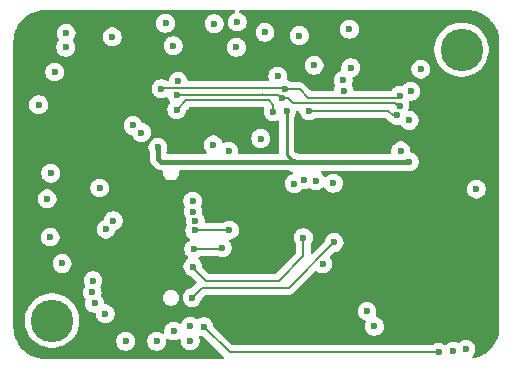
<source format=gbr>
%TF.GenerationSoftware,KiCad,Pcbnew,9.0.5*%
%TF.CreationDate,2026-01-13T21:28:18-06:00*%
%TF.ProjectId,Supplemental Monitoring PCB,53757070-6c65-46d6-956e-74616c204d6f,rev?*%
%TF.SameCoordinates,Original*%
%TF.FileFunction,Copper,L3,Inr*%
%TF.FilePolarity,Positive*%
%FSLAX46Y46*%
G04 Gerber Fmt 4.6, Leading zero omitted, Abs format (unit mm)*
G04 Created by KiCad (PCBNEW 9.0.5) date 2026-01-13 21:28:18*
%MOMM*%
%LPD*%
G01*
G04 APERTURE LIST*
%TA.AperFunction,ComponentPad*%
%ADD10C,3.600000*%
%TD*%
%TA.AperFunction,ViaPad*%
%ADD11C,0.600000*%
%TD*%
%TA.AperFunction,Conductor*%
%ADD12C,0.400000*%
%TD*%
%TA.AperFunction,Conductor*%
%ADD13C,0.290000*%
%TD*%
%TA.AperFunction,Conductor*%
%ADD14C,0.200000*%
%TD*%
G04 APERTURE END LIST*
D10*
%TO.N,N/C*%
%TO.C,H4*%
X135330000Y-126550000D03*
%TD*%
%TO.N,N/C*%
%TO.C,H2*%
X170000000Y-103610000D03*
%TD*%
D11*
%TO.N,+3.3V*%
X165555292Y-113100000D03*
X155200000Y-108760000D03*
X155817500Y-114950000D03*
X144285000Y-111870000D03*
X155817500Y-113140000D03*
X166550000Y-105250000D03*
X158242000Y-121736530D03*
X156267900Y-102409999D03*
X140510000Y-118090000D03*
X165555292Y-109600000D03*
X145590000Y-103270000D03*
%TO.N,/SRCLK*%
X154820000Y-107740000D03*
X164747706Y-108347470D03*
X147260000Y-117320000D03*
X145924473Y-107481305D03*
X140420000Y-102530000D03*
%TO.N,/RCLK*%
X144579296Y-106919874D03*
X164750000Y-107488999D03*
X136510000Y-102200000D03*
X147240000Y-116440000D03*
X155030374Y-106968155D03*
%TO.N,/SER*%
X145990000Y-106270000D03*
X144930000Y-101380000D03*
X147451839Y-118101679D03*
%TO.N,GND*%
X160870000Y-128260000D03*
X147380000Y-103925000D03*
X137440000Y-112510000D03*
X142525000Y-106953509D03*
X157342537Y-110373914D03*
X164427256Y-110205094D03*
X141340765Y-114980765D03*
X147040000Y-100870000D03*
X163590000Y-101280000D03*
X152410000Y-121980000D03*
X166950000Y-110760000D03*
X140510000Y-109350000D03*
X169710000Y-120150000D03*
%TO.N,/Status_LED1*%
X139890000Y-118800000D03*
%TO.N,/Status_LED2*%
X139352503Y-115316359D03*
%TO.N,/SUPPMON_I1*%
X147310000Y-120490000D03*
X144190000Y-128290000D03*
X157505735Y-104935735D03*
X149740000Y-120390000D03*
%TO.N,/I_SNS_Reg_In*%
X147028575Y-127009000D03*
X136170000Y-121710000D03*
X148980000Y-111670000D03*
%TO.N,Net-(R25-Pad2)*%
X150290000Y-112200000D03*
X149050000Y-101400000D03*
%TO.N,Net-(R26-Pad2)*%
X150933561Y-103409456D03*
X152980000Y-111130000D03*
X156660000Y-114630000D03*
%TO.N,/SUPPMON_V2*%
X147250000Y-121970000D03*
X156610000Y-119520000D03*
X147020000Y-128270000D03*
%TO.N,Net-(R30-Pad1)*%
X157665000Y-114715000D03*
X153350000Y-102133803D03*
%TO.N,Net-(R16-Pad2)*%
X134180000Y-108270000D03*
X138790000Y-123170000D03*
%TO.N,Net-(R39-Pad1)*%
X160506998Y-101880000D03*
X171250000Y-115410000D03*
%TO.N,Net-(R17-Pad2)*%
X135540000Y-105500000D03*
X138722998Y-124162998D03*
%TO.N,Net-(R18-Pad2)*%
X138920000Y-125070000D03*
X136480000Y-103400000D03*
%TO.N,Net-(R19-Pad2)*%
X142175834Y-110025255D03*
X139830000Y-125980000D03*
%TO.N,Net-(R31-Pad1)*%
X159150000Y-114920000D03*
X151005531Y-101266571D03*
%TO.N,Net-(R32-Pad2)*%
X161990000Y-125740000D03*
X160000000Y-107080000D03*
%TO.N,Net-(R33-Pad2)*%
X159972594Y-106207739D03*
X162617140Y-127030002D03*
%TO.N,Net-(R34-Pad2)*%
X169280000Y-129130000D03*
X160604804Y-105127052D03*
%TO.N,Net-(R35-Pad2)*%
X170370000Y-128980000D03*
X164855292Y-112180000D03*
%TO.N,Net-(U5-QH')*%
X154058779Y-108860000D03*
X145876000Y-108675304D03*
X154440000Y-105860000D03*
%TO.N,Net-(U6-QH')*%
X164570000Y-109180000D03*
X157069872Y-108759999D03*
X165695971Y-107129941D03*
%TO.N,/I_SNS_Reg_Out*%
X142890000Y-110620000D03*
X134900000Y-116240000D03*
%TO.N,/SUPP_IN+*%
X168060000Y-129230000D03*
X148174883Y-127061203D03*
X135159717Y-119470283D03*
%TO.N,/SUPP_REG+*%
X135220000Y-114060000D03*
%TO.N,/SUPPMON_V1*%
X147180000Y-124600000D03*
X145630000Y-127430000D03*
X159200000Y-119930000D03*
%TO.N,/SUPPMON_I2*%
X141570000Y-128290000D03*
X150340000Y-118880000D03*
X147400000Y-118900000D03*
%TD*%
D12*
%TO.N,+3.3V*%
X155817500Y-113140000D02*
X165515292Y-113140000D01*
D13*
X155200000Y-112522500D02*
X155817500Y-113140000D01*
D12*
X144575000Y-113120000D02*
X155797500Y-113120000D01*
X165515292Y-113140000D02*
X165555292Y-113100000D01*
X144285000Y-111870000D02*
X144285000Y-112830000D01*
X155797500Y-113120000D02*
X155817500Y-113140000D01*
D13*
X155200000Y-108760000D02*
X155200000Y-112522500D01*
D12*
X144285000Y-112830000D02*
X144575000Y-113120000D01*
D14*
%TO.N,/SRCLK*%
X164747706Y-108347470D02*
X164577470Y-108347470D01*
X153070000Y-107470000D02*
X145935778Y-107470000D01*
X154489415Y-107409415D02*
X153149415Y-107409415D01*
X153140000Y-107400000D02*
X153070000Y-107470000D01*
X155330816Y-107740000D02*
X154820000Y-107740000D01*
X154820000Y-107740000D02*
X154489415Y-107409415D01*
X164577470Y-108347470D02*
X164390000Y-108160000D01*
X155750816Y-108160000D02*
X155330816Y-107740000D01*
X153149415Y-107409415D02*
X153140000Y-107400000D01*
X145935778Y-107470000D02*
X145924473Y-107481305D01*
X164390000Y-108160000D02*
X155750816Y-108160000D01*
%TO.N,/RCLK*%
X144766675Y-106870000D02*
X144716801Y-106919874D01*
X155030374Y-106968155D02*
X154932219Y-106870000D01*
X144716801Y-106919874D02*
X144579296Y-106919874D01*
X154932219Y-106870000D02*
X144766675Y-106870000D01*
X156990000Y-107680000D02*
X156278155Y-106968155D01*
X156278155Y-106968155D02*
X155030374Y-106968155D01*
X164750000Y-107488999D02*
X164750000Y-107508028D01*
X164578028Y-107680000D02*
X156990000Y-107680000D01*
X164750000Y-107508028D02*
X164578028Y-107680000D01*
%TO.N,/SUPPMON_I1*%
X147310000Y-120490000D02*
X149640000Y-120490000D01*
X149640000Y-120490000D02*
X149740000Y-120390000D01*
%TO.N,/SUPPMON_V2*%
X147250000Y-122090000D02*
X148330000Y-123170000D01*
X156610000Y-121090000D02*
X156610000Y-119520000D01*
X147250000Y-121970000D02*
X147250000Y-122090000D01*
X154530000Y-123170000D02*
X156610000Y-121090000D01*
X148330000Y-123170000D02*
X154530000Y-123170000D01*
%TO.N,Net-(U5-QH')*%
X153670998Y-107871000D02*
X146680304Y-107871000D01*
X146680304Y-107871000D02*
X145876000Y-108675304D01*
X154058779Y-108860000D02*
X154058779Y-108258781D01*
X154058779Y-108258781D02*
X153670998Y-107871000D01*
%TO.N,Net-(U6-QH')*%
X164200000Y-109180000D02*
X163779999Y-108759999D01*
X163779999Y-108759999D02*
X157069872Y-108759999D01*
X164570000Y-109180000D02*
X164200000Y-109180000D01*
%TO.N,/SUPP_IN+*%
X148174883Y-127061203D02*
X150353680Y-129240000D01*
X150353680Y-129240000D02*
X168050000Y-129240000D01*
X168050000Y-129240000D02*
X168060000Y-129230000D01*
%TO.N,/SUPPMON_V1*%
X147180000Y-124600000D02*
X148030000Y-123750000D01*
X148030000Y-123750000D02*
X155380000Y-123750000D01*
X155380000Y-123750000D02*
X159200000Y-119930000D01*
%TO.N,/SUPPMON_I2*%
X147400000Y-118900000D02*
X150320000Y-118900000D01*
X150320000Y-118900000D02*
X150340000Y-118880000D01*
%TD*%
%TA.AperFunction,Conductor*%
%TO.N,GND*%
G36*
X150786244Y-100280185D02*
G01*
X150831999Y-100332989D01*
X150841943Y-100402147D01*
X150812918Y-100465703D01*
X150766657Y-100499061D01*
X150626358Y-100557173D01*
X150626345Y-100557180D01*
X150495242Y-100644781D01*
X150495238Y-100644784D01*
X150383744Y-100756278D01*
X150383741Y-100756282D01*
X150296140Y-100887385D01*
X150296133Y-100887398D01*
X150235795Y-101033069D01*
X150235792Y-101033081D01*
X150205031Y-101187724D01*
X150205031Y-101345417D01*
X150235792Y-101500060D01*
X150235795Y-101500072D01*
X150296133Y-101645743D01*
X150296140Y-101645756D01*
X150383741Y-101776859D01*
X150383744Y-101776863D01*
X150495238Y-101888357D01*
X150495242Y-101888360D01*
X150626345Y-101975961D01*
X150626358Y-101975968D01*
X150758799Y-102030826D01*
X150772034Y-102036308D01*
X150901070Y-102061975D01*
X150926684Y-102067070D01*
X150926687Y-102067071D01*
X150926689Y-102067071D01*
X151084375Y-102067071D01*
X151084376Y-102067070D01*
X151145278Y-102054956D01*
X152549500Y-102054956D01*
X152549500Y-102212649D01*
X152580261Y-102367292D01*
X152580264Y-102367304D01*
X152640602Y-102512975D01*
X152640609Y-102512988D01*
X152728210Y-102644091D01*
X152728213Y-102644095D01*
X152839707Y-102755589D01*
X152839711Y-102755592D01*
X152970814Y-102843193D01*
X152970827Y-102843200D01*
X153116498Y-102903538D01*
X153116503Y-102903540D01*
X153271153Y-102934302D01*
X153271156Y-102934303D01*
X153271158Y-102934303D01*
X153428844Y-102934303D01*
X153428845Y-102934302D01*
X153583497Y-102903540D01*
X153729179Y-102843197D01*
X153860289Y-102755592D01*
X153971789Y-102644092D01*
X154059394Y-102512982D01*
X154064032Y-102501786D01*
X154085004Y-102451153D01*
X154119737Y-102367300D01*
X154122658Y-102352615D01*
X154126928Y-102331152D01*
X155467400Y-102331152D01*
X155467400Y-102488845D01*
X155498161Y-102643488D01*
X155498164Y-102643500D01*
X155558502Y-102789171D01*
X155558509Y-102789184D01*
X155646110Y-102920287D01*
X155646113Y-102920291D01*
X155757607Y-103031785D01*
X155757611Y-103031788D01*
X155888714Y-103119389D01*
X155888727Y-103119396D01*
X155987318Y-103160233D01*
X156034403Y-103179736D01*
X156189053Y-103210498D01*
X156189056Y-103210499D01*
X156189058Y-103210499D01*
X156346744Y-103210499D01*
X156346745Y-103210498D01*
X156501397Y-103179736D01*
X156647079Y-103119393D01*
X156778189Y-103031788D01*
X156889689Y-102920288D01*
X156977294Y-102789178D01*
X157037637Y-102643496D01*
X157068400Y-102488841D01*
X157068400Y-102331157D01*
X157068400Y-102331154D01*
X157068399Y-102331152D01*
X157061506Y-102296498D01*
X157037637Y-102176502D01*
X157014711Y-102121153D01*
X156977297Y-102030826D01*
X156977290Y-102030813D01*
X156889689Y-101899710D01*
X156889686Y-101899706D01*
X156791133Y-101801153D01*
X159706498Y-101801153D01*
X159706498Y-101958846D01*
X159737259Y-102113489D01*
X159737262Y-102113501D01*
X159797600Y-102259172D01*
X159797607Y-102259185D01*
X159885208Y-102390288D01*
X159885211Y-102390292D01*
X159996705Y-102501786D01*
X159996709Y-102501789D01*
X160127812Y-102589390D01*
X160127825Y-102589397D01*
X160259880Y-102644095D01*
X160273501Y-102649737D01*
X160428151Y-102680499D01*
X160428154Y-102680500D01*
X160428156Y-102680500D01*
X160585842Y-102680500D01*
X160585843Y-102680499D01*
X160740495Y-102649737D01*
X160883898Y-102590338D01*
X160886170Y-102589397D01*
X160886170Y-102589396D01*
X160886177Y-102589394D01*
X161017287Y-102501789D01*
X161128787Y-102390289D01*
X161216392Y-102259179D01*
X161276735Y-102113497D01*
X161307498Y-101958842D01*
X161307498Y-101801158D01*
X161307498Y-101801155D01*
X161307497Y-101801153D01*
X161287497Y-101700608D01*
X161276735Y-101646503D01*
X161274149Y-101640260D01*
X161216395Y-101500827D01*
X161216388Y-101500814D01*
X161128787Y-101369711D01*
X161128784Y-101369707D01*
X161017290Y-101258213D01*
X161017286Y-101258210D01*
X160886183Y-101170609D01*
X160886170Y-101170602D01*
X160740499Y-101110264D01*
X160740487Y-101110261D01*
X160585843Y-101079500D01*
X160585840Y-101079500D01*
X160428156Y-101079500D01*
X160428153Y-101079500D01*
X160273508Y-101110261D01*
X160273496Y-101110264D01*
X160127825Y-101170602D01*
X160127812Y-101170609D01*
X159996709Y-101258210D01*
X159996705Y-101258213D01*
X159885211Y-101369707D01*
X159885208Y-101369711D01*
X159797607Y-101500814D01*
X159797600Y-101500827D01*
X159737262Y-101646498D01*
X159737259Y-101646510D01*
X159706498Y-101801153D01*
X156791133Y-101801153D01*
X156778192Y-101788212D01*
X156778188Y-101788209D01*
X156647085Y-101700608D01*
X156647072Y-101700601D01*
X156501401Y-101640263D01*
X156501389Y-101640260D01*
X156346745Y-101609499D01*
X156346742Y-101609499D01*
X156189058Y-101609499D01*
X156189055Y-101609499D01*
X156034410Y-101640260D01*
X156034398Y-101640263D01*
X155888727Y-101700601D01*
X155888714Y-101700608D01*
X155757611Y-101788209D01*
X155757607Y-101788212D01*
X155646113Y-101899706D01*
X155646110Y-101899710D01*
X155558509Y-102030813D01*
X155558502Y-102030826D01*
X155498164Y-102176497D01*
X155498161Y-102176509D01*
X155467400Y-102331152D01*
X154126928Y-102331152D01*
X154132951Y-102300873D01*
X154132951Y-102300872D01*
X154150499Y-102212649D01*
X154150500Y-102212647D01*
X154150500Y-102054958D01*
X154150499Y-102054956D01*
X154134787Y-101975968D01*
X154119737Y-101900306D01*
X154119490Y-101899710D01*
X154059397Y-101754630D01*
X154059390Y-101754617D01*
X153971789Y-101623514D01*
X153971786Y-101623510D01*
X153860292Y-101512016D01*
X153860288Y-101512013D01*
X153729185Y-101424412D01*
X153729172Y-101424405D01*
X153583501Y-101364067D01*
X153583489Y-101364064D01*
X153428845Y-101333303D01*
X153428842Y-101333303D01*
X153271158Y-101333303D01*
X153271155Y-101333303D01*
X153116510Y-101364064D01*
X153116498Y-101364067D01*
X152970827Y-101424405D01*
X152970814Y-101424412D01*
X152839711Y-101512013D01*
X152839707Y-101512016D01*
X152728213Y-101623510D01*
X152728210Y-101623514D01*
X152640609Y-101754617D01*
X152640602Y-101754630D01*
X152580264Y-101900301D01*
X152580261Y-101900313D01*
X152549500Y-102054956D01*
X151145278Y-102054956D01*
X151239028Y-102036308D01*
X151384710Y-101975965D01*
X151384716Y-101975961D01*
X151429905Y-101945767D01*
X151483002Y-101910288D01*
X151515820Y-101888360D01*
X151627320Y-101776860D01*
X151714925Y-101645750D01*
X151775268Y-101500068D01*
X151806031Y-101345413D01*
X151806031Y-101187729D01*
X151806031Y-101187726D01*
X151806030Y-101187724D01*
X151797832Y-101146510D01*
X151775268Y-101033074D01*
X151761911Y-101000827D01*
X151714928Y-100887398D01*
X151714921Y-100887385D01*
X151627320Y-100756282D01*
X151627317Y-100756278D01*
X151515823Y-100644784D01*
X151515819Y-100644781D01*
X151384716Y-100557180D01*
X151384703Y-100557173D01*
X151244405Y-100499061D01*
X151190001Y-100455221D01*
X151167936Y-100388926D01*
X151185215Y-100321227D01*
X151236352Y-100273616D01*
X151291857Y-100260500D01*
X170452405Y-100260500D01*
X170496519Y-100260500D01*
X170503472Y-100260695D01*
X170795306Y-100277084D01*
X170809103Y-100278638D01*
X171059761Y-100321227D01*
X171093827Y-100327015D01*
X171107382Y-100330108D01*
X171246141Y-100370084D01*
X171384899Y-100410060D01*
X171398025Y-100414653D01*
X171664841Y-100525172D01*
X171677355Y-100531198D01*
X171820412Y-100610263D01*
X171930125Y-100670899D01*
X171941899Y-100678297D01*
X172177430Y-100845415D01*
X172188302Y-100854085D01*
X172403642Y-101046524D01*
X172413475Y-101056357D01*
X172605914Y-101271697D01*
X172614584Y-101282569D01*
X172781702Y-101518100D01*
X172789100Y-101529874D01*
X172928797Y-101782637D01*
X172934830Y-101795165D01*
X173045346Y-102061975D01*
X173049939Y-102075100D01*
X173129890Y-102352615D01*
X173132984Y-102366172D01*
X173181359Y-102650885D01*
X173182916Y-102664703D01*
X173199305Y-102956527D01*
X173199500Y-102963480D01*
X173199500Y-127096519D01*
X173199305Y-127103472D01*
X173182916Y-127395296D01*
X173181359Y-127409114D01*
X173132984Y-127693827D01*
X173129890Y-127707384D01*
X173049939Y-127984899D01*
X173045346Y-127998024D01*
X172934830Y-128264834D01*
X172928797Y-128277362D01*
X172789100Y-128530125D01*
X172781702Y-128541899D01*
X172614584Y-128777430D01*
X172605914Y-128788302D01*
X172413475Y-129003642D01*
X172403642Y-129013475D01*
X172188302Y-129205914D01*
X172177430Y-129214584D01*
X171941899Y-129381702D01*
X171930125Y-129389100D01*
X171677362Y-129528797D01*
X171664834Y-129534830D01*
X171398024Y-129645346D01*
X171384899Y-129649939D01*
X171107384Y-129729890D01*
X171093827Y-129732984D01*
X171062081Y-129738378D01*
X170992692Y-129730201D01*
X170938738Y-129685808D01*
X170917350Y-129619292D01*
X170935319Y-129551773D01*
X170953630Y-129528448D01*
X170991786Y-129490292D01*
X170991789Y-129490289D01*
X171079394Y-129359179D01*
X171139737Y-129213497D01*
X171170500Y-129058842D01*
X171170500Y-128901158D01*
X171170500Y-128901155D01*
X171170499Y-128901153D01*
X171150436Y-128800289D01*
X171139737Y-128746503D01*
X171099427Y-128649185D01*
X171079397Y-128600827D01*
X171079390Y-128600814D01*
X170991789Y-128469711D01*
X170991786Y-128469707D01*
X170880292Y-128358213D01*
X170880288Y-128358210D01*
X170749185Y-128270609D01*
X170749172Y-128270602D01*
X170603501Y-128210264D01*
X170603489Y-128210261D01*
X170448845Y-128179500D01*
X170448842Y-128179500D01*
X170291158Y-128179500D01*
X170291155Y-128179500D01*
X170136510Y-128210261D01*
X170136498Y-128210264D01*
X169990827Y-128270602D01*
X169990814Y-128270609D01*
X169859711Y-128358210D01*
X169859707Y-128358213D01*
X169813944Y-128403977D01*
X169752621Y-128437462D01*
X169682929Y-128432478D01*
X169664724Y-128423160D01*
X169664554Y-128423479D01*
X169659172Y-128420602D01*
X169513501Y-128360264D01*
X169513489Y-128360261D01*
X169358845Y-128329500D01*
X169358842Y-128329500D01*
X169201158Y-128329500D01*
X169201155Y-128329500D01*
X169046510Y-128360261D01*
X169046498Y-128360264D01*
X168900827Y-128420602D01*
X168900814Y-128420609D01*
X168769711Y-128508210D01*
X168769707Y-128508213D01*
X168701846Y-128576075D01*
X168640523Y-128609560D01*
X168570831Y-128604576D01*
X168545274Y-128591496D01*
X168439185Y-128520609D01*
X168439172Y-128520602D01*
X168293501Y-128460264D01*
X168293489Y-128460261D01*
X168138845Y-128429500D01*
X168138842Y-128429500D01*
X167981158Y-128429500D01*
X167981155Y-128429500D01*
X167826510Y-128460261D01*
X167826498Y-128460264D01*
X167680827Y-128520602D01*
X167680814Y-128520609D01*
X167549710Y-128608210D01*
X167545882Y-128611353D01*
X167481572Y-128638666D01*
X167467217Y-128639500D01*
X150653777Y-128639500D01*
X150586738Y-128619815D01*
X150566096Y-128603181D01*
X149009457Y-127046542D01*
X148975972Y-126985219D01*
X148975521Y-126983052D01*
X148944621Y-126827713D01*
X148944620Y-126827706D01*
X148925067Y-126780500D01*
X148884280Y-126682030D01*
X148884273Y-126682017D01*
X148796672Y-126550914D01*
X148796669Y-126550910D01*
X148685175Y-126439416D01*
X148685171Y-126439413D01*
X148554068Y-126351812D01*
X148554055Y-126351805D01*
X148408384Y-126291467D01*
X148408372Y-126291464D01*
X148253728Y-126260703D01*
X148253725Y-126260703D01*
X148096041Y-126260703D01*
X148096038Y-126260703D01*
X147941393Y-126291464D01*
X147941381Y-126291467D01*
X147795710Y-126351805D01*
X147795697Y-126351812D01*
X147705132Y-126412327D01*
X147638455Y-126433205D01*
X147571074Y-126414721D01*
X147548560Y-126396906D01*
X147538867Y-126387213D01*
X147538863Y-126387210D01*
X147407760Y-126299609D01*
X147407747Y-126299602D01*
X147262076Y-126239264D01*
X147262064Y-126239261D01*
X147107420Y-126208500D01*
X147107417Y-126208500D01*
X146949733Y-126208500D01*
X146949730Y-126208500D01*
X146795085Y-126239261D01*
X146795073Y-126239264D01*
X146649402Y-126299602D01*
X146649389Y-126299609D01*
X146518286Y-126387210D01*
X146518282Y-126387213D01*
X146406788Y-126498707D01*
X146406785Y-126498711D01*
X146319184Y-126629814D01*
X146319179Y-126629824D01*
X146280349Y-126723568D01*
X146236508Y-126777971D01*
X146170213Y-126800036D01*
X146102514Y-126782756D01*
X146096897Y-126779217D01*
X146009185Y-126720609D01*
X146009172Y-126720602D01*
X145863501Y-126660264D01*
X145863489Y-126660261D01*
X145708845Y-126629500D01*
X145708842Y-126629500D01*
X145551158Y-126629500D01*
X145551155Y-126629500D01*
X145396510Y-126660261D01*
X145396498Y-126660264D01*
X145250827Y-126720602D01*
X145250814Y-126720609D01*
X145119711Y-126808210D01*
X145119707Y-126808213D01*
X145008213Y-126919707D01*
X145008210Y-126919711D01*
X144920609Y-127050814D01*
X144920602Y-127050827D01*
X144860264Y-127196498D01*
X144860261Y-127196510D01*
X144829500Y-127351153D01*
X144829500Y-127508849D01*
X144829707Y-127510953D01*
X144829500Y-127512043D01*
X144829500Y-127514934D01*
X144828952Y-127514934D01*
X144816682Y-127579598D01*
X144768612Y-127630303D01*
X144700759Y-127646971D01*
X144637412Y-127626197D01*
X144569185Y-127580609D01*
X144569172Y-127580602D01*
X144423501Y-127520264D01*
X144423489Y-127520261D01*
X144268845Y-127489500D01*
X144268842Y-127489500D01*
X144111158Y-127489500D01*
X144111155Y-127489500D01*
X143956510Y-127520261D01*
X143956498Y-127520264D01*
X143810827Y-127580602D01*
X143810814Y-127580609D01*
X143679711Y-127668210D01*
X143679707Y-127668213D01*
X143568213Y-127779707D01*
X143568210Y-127779711D01*
X143480609Y-127910814D01*
X143480602Y-127910827D01*
X143420264Y-128056498D01*
X143420261Y-128056510D01*
X143389500Y-128211153D01*
X143389500Y-128368846D01*
X143420261Y-128523489D01*
X143420264Y-128523501D01*
X143480602Y-128669172D01*
X143480609Y-128669185D01*
X143568210Y-128800288D01*
X143568213Y-128800292D01*
X143679707Y-128911786D01*
X143679711Y-128911789D01*
X143810814Y-128999390D01*
X143810827Y-128999397D01*
X143954342Y-129058842D01*
X143956503Y-129059737D01*
X144111153Y-129090499D01*
X144111156Y-129090500D01*
X144111158Y-129090500D01*
X144268844Y-129090500D01*
X144268845Y-129090499D01*
X144423497Y-129059737D01*
X144546386Y-129008835D01*
X144569172Y-128999397D01*
X144569172Y-128999396D01*
X144569179Y-128999394D01*
X144700289Y-128911789D01*
X144811789Y-128800289D01*
X144899394Y-128669179D01*
X144959737Y-128523497D01*
X144990500Y-128368842D01*
X144990500Y-128211158D01*
X144990499Y-128211153D01*
X144990293Y-128209060D01*
X144990500Y-128207968D01*
X144990500Y-128205066D01*
X144991050Y-128205066D01*
X145003311Y-128140414D01*
X145051375Y-128089703D01*
X145119226Y-128073027D01*
X145182587Y-128093802D01*
X145250814Y-128139390D01*
X145250827Y-128139397D01*
X145342412Y-128177332D01*
X145396503Y-128199737D01*
X145551153Y-128230499D01*
X145551156Y-128230500D01*
X145551158Y-128230500D01*
X145708844Y-128230500D01*
X145708845Y-128230499D01*
X145863497Y-128199737D01*
X145976166Y-128153067D01*
X146009172Y-128139397D01*
X146009172Y-128139396D01*
X146009179Y-128139394D01*
X146026608Y-128127747D01*
X146093285Y-128106870D01*
X146160666Y-128125354D01*
X146207356Y-128177332D01*
X146219500Y-128230850D01*
X146219500Y-128348846D01*
X146250261Y-128503489D01*
X146250264Y-128503501D01*
X146310602Y-128649172D01*
X146310609Y-128649185D01*
X146398210Y-128780288D01*
X146398213Y-128780292D01*
X146509707Y-128891786D01*
X146509711Y-128891789D01*
X146640814Y-128979390D01*
X146640827Y-128979397D01*
X146711898Y-129008835D01*
X146786503Y-129039737D01*
X146941153Y-129070499D01*
X146941156Y-129070500D01*
X146941158Y-129070500D01*
X147098844Y-129070500D01*
X147098845Y-129070499D01*
X147253497Y-129039737D01*
X147399179Y-128979394D01*
X147530289Y-128891789D01*
X147641789Y-128780289D01*
X147729394Y-128649179D01*
X147789737Y-128503497D01*
X147820500Y-128348842D01*
X147820500Y-128191158D01*
X147820500Y-128191155D01*
X147820499Y-128191153D01*
X147807411Y-128125354D01*
X147789737Y-128036503D01*
X147770108Y-127989116D01*
X147762640Y-127919647D01*
X147793915Y-127857168D01*
X147854004Y-127821516D01*
X147911597Y-127820623D01*
X147922141Y-127822968D01*
X147941386Y-127830940D01*
X148096041Y-127861703D01*
X148096258Y-127861703D01*
X148099468Y-127862417D01*
X148128883Y-127878658D01*
X148158643Y-127894226D01*
X148160222Y-127895777D01*
X149852264Y-129587819D01*
X149885749Y-129649142D01*
X149880765Y-129718834D01*
X149838893Y-129774767D01*
X149773429Y-129799184D01*
X149764583Y-129799500D01*
X134753481Y-129799500D01*
X134746528Y-129799305D01*
X134454703Y-129782916D01*
X134440885Y-129781359D01*
X134156172Y-129732984D01*
X134142615Y-129729890D01*
X133865100Y-129649939D01*
X133851975Y-129645346D01*
X133585165Y-129534830D01*
X133572637Y-129528797D01*
X133319874Y-129389100D01*
X133308100Y-129381702D01*
X133072569Y-129214584D01*
X133061697Y-129205914D01*
X132910167Y-129070499D01*
X132846355Y-129013473D01*
X132836524Y-129003642D01*
X132832730Y-128999397D01*
X132644085Y-128788302D01*
X132635415Y-128777430D01*
X132468297Y-128541899D01*
X132460899Y-128530125D01*
X132409686Y-128437462D01*
X132321198Y-128277355D01*
X132315172Y-128264841D01*
X132204653Y-127998024D01*
X132200060Y-127984899D01*
X132120109Y-127707384D01*
X132117015Y-127693827D01*
X132112663Y-127668211D01*
X132068638Y-127409103D01*
X132067084Y-127395306D01*
X132050695Y-127103472D01*
X132050500Y-127096519D01*
X132050500Y-126399223D01*
X133029500Y-126399223D01*
X133029500Y-126700776D01*
X133029501Y-126700793D01*
X133068861Y-126999766D01*
X133146913Y-127291060D01*
X133262314Y-127569661D01*
X133262318Y-127569671D01*
X133413099Y-127830831D01*
X133596679Y-128070078D01*
X133596685Y-128070085D01*
X133809914Y-128283314D01*
X133809921Y-128283320D01*
X134049168Y-128466900D01*
X134310328Y-128617681D01*
X134310329Y-128617681D01*
X134310332Y-128617683D01*
X134434669Y-128669185D01*
X134588939Y-128733086D01*
X134588940Y-128733086D01*
X134588942Y-128733087D01*
X134880232Y-128811138D01*
X135179217Y-128850500D01*
X135179224Y-128850500D01*
X135480776Y-128850500D01*
X135480783Y-128850500D01*
X135779768Y-128811138D01*
X136071058Y-128733087D01*
X136349668Y-128617683D01*
X136610832Y-128466900D01*
X136850080Y-128283319D01*
X136922246Y-128211153D01*
X140769500Y-128211153D01*
X140769500Y-128368846D01*
X140800261Y-128523489D01*
X140800264Y-128523501D01*
X140860602Y-128669172D01*
X140860609Y-128669185D01*
X140948210Y-128800288D01*
X140948213Y-128800292D01*
X141059707Y-128911786D01*
X141059711Y-128911789D01*
X141190814Y-128999390D01*
X141190827Y-128999397D01*
X141334342Y-129058842D01*
X141336503Y-129059737D01*
X141491153Y-129090499D01*
X141491156Y-129090500D01*
X141491158Y-129090500D01*
X141648844Y-129090500D01*
X141648845Y-129090499D01*
X141803497Y-129059737D01*
X141926386Y-129008835D01*
X141949172Y-128999397D01*
X141949172Y-128999396D01*
X141949179Y-128999394D01*
X142080289Y-128911789D01*
X142191789Y-128800289D01*
X142279394Y-128669179D01*
X142339737Y-128523497D01*
X142370500Y-128368842D01*
X142370500Y-128211158D01*
X142370500Y-128211155D01*
X142370499Y-128211153D01*
X142364203Y-128179500D01*
X142339737Y-128056503D01*
X142331453Y-128036503D01*
X142279397Y-127910827D01*
X142279390Y-127910814D01*
X142191789Y-127779711D01*
X142191786Y-127779707D01*
X142080292Y-127668213D01*
X142080288Y-127668210D01*
X141949185Y-127580609D01*
X141949172Y-127580602D01*
X141803501Y-127520264D01*
X141803489Y-127520261D01*
X141648845Y-127489500D01*
X141648842Y-127489500D01*
X141491158Y-127489500D01*
X141491155Y-127489500D01*
X141336510Y-127520261D01*
X141336498Y-127520264D01*
X141190827Y-127580602D01*
X141190814Y-127580609D01*
X141059711Y-127668210D01*
X141059707Y-127668213D01*
X140948213Y-127779707D01*
X140948210Y-127779711D01*
X140860609Y-127910814D01*
X140860602Y-127910827D01*
X140800264Y-128056498D01*
X140800261Y-128056510D01*
X140769500Y-128211153D01*
X136922246Y-128211153D01*
X136928333Y-128205066D01*
X137016015Y-128117385D01*
X137063314Y-128070085D01*
X137063319Y-128070080D01*
X137246900Y-127830832D01*
X137397683Y-127569668D01*
X137513087Y-127291058D01*
X137591138Y-126999768D01*
X137630500Y-126700783D01*
X137630500Y-126399217D01*
X137591138Y-126100232D01*
X137513087Y-125808942D01*
X137397683Y-125530332D01*
X137383929Y-125506510D01*
X137246900Y-125269168D01*
X137063320Y-125029921D01*
X137063314Y-125029914D01*
X136850085Y-124816685D01*
X136850078Y-124816679D01*
X136610831Y-124633099D01*
X136349671Y-124482318D01*
X136349661Y-124482314D01*
X136071060Y-124366913D01*
X135779766Y-124288861D01*
X135480793Y-124249501D01*
X135480788Y-124249500D01*
X135480783Y-124249500D01*
X135179217Y-124249500D01*
X135179211Y-124249500D01*
X135179206Y-124249501D01*
X134880233Y-124288861D01*
X134588939Y-124366913D01*
X134310338Y-124482314D01*
X134310328Y-124482318D01*
X134049168Y-124633099D01*
X133809921Y-124816679D01*
X133809914Y-124816685D01*
X133596685Y-125029914D01*
X133596679Y-125029921D01*
X133413099Y-125269168D01*
X133262318Y-125530328D01*
X133262314Y-125530338D01*
X133146913Y-125808939D01*
X133068861Y-126100233D01*
X133029501Y-126399206D01*
X133029500Y-126399223D01*
X132050500Y-126399223D01*
X132050500Y-124084151D01*
X137922498Y-124084151D01*
X137922498Y-124241844D01*
X137953259Y-124396487D01*
X137953262Y-124396499D01*
X138013600Y-124542170D01*
X138013607Y-124542183D01*
X138101208Y-124673286D01*
X138101211Y-124673290D01*
X138125113Y-124697192D01*
X138158598Y-124758515D01*
X138153614Y-124828207D01*
X138151996Y-124832318D01*
X138150264Y-124836498D01*
X138150260Y-124836511D01*
X138119500Y-124991153D01*
X138119500Y-125148846D01*
X138150261Y-125303489D01*
X138150264Y-125303501D01*
X138210602Y-125449172D01*
X138210609Y-125449185D01*
X138298210Y-125580288D01*
X138298213Y-125580292D01*
X138409707Y-125691786D01*
X138409711Y-125691789D01*
X138540814Y-125779390D01*
X138540827Y-125779397D01*
X138636062Y-125818844D01*
X138686503Y-125839737D01*
X138841153Y-125870499D01*
X138841156Y-125870500D01*
X138905500Y-125870500D01*
X138972539Y-125890185D01*
X139018294Y-125942989D01*
X139029500Y-125994500D01*
X139029500Y-126058846D01*
X139060261Y-126213489D01*
X139060264Y-126213501D01*
X139120602Y-126359172D01*
X139120609Y-126359185D01*
X139208210Y-126490288D01*
X139208213Y-126490292D01*
X139319707Y-126601786D01*
X139319711Y-126601789D01*
X139450814Y-126689390D01*
X139450827Y-126689397D01*
X139596498Y-126749735D01*
X139596503Y-126749737D01*
X139726037Y-126775503D01*
X139751153Y-126780499D01*
X139751156Y-126780500D01*
X139751158Y-126780500D01*
X139908844Y-126780500D01*
X139908845Y-126780499D01*
X140063497Y-126749737D01*
X140209179Y-126689394D01*
X140340289Y-126601789D01*
X140451789Y-126490289D01*
X140539394Y-126359179D01*
X140542446Y-126351812D01*
X140555369Y-126320611D01*
X140599737Y-126213497D01*
X140630500Y-126058842D01*
X140630500Y-125901158D01*
X140630500Y-125901155D01*
X140630499Y-125901153D01*
X140624402Y-125870500D01*
X140599737Y-125746503D01*
X140564384Y-125661153D01*
X161189500Y-125661153D01*
X161189500Y-125818846D01*
X161220261Y-125973489D01*
X161220264Y-125973501D01*
X161280602Y-126119172D01*
X161280609Y-126119185D01*
X161368210Y-126250288D01*
X161368213Y-126250292D01*
X161479707Y-126361786D01*
X161479711Y-126361789D01*
X161610814Y-126449390D01*
X161610827Y-126449397D01*
X161756498Y-126509735D01*
X161756503Y-126509737D01*
X161777497Y-126513913D01*
X161802033Y-126518794D01*
X161863944Y-126551179D01*
X161898518Y-126611894D01*
X161894779Y-126681664D01*
X161892403Y-126687863D01*
X161847404Y-126796500D01*
X161847401Y-126796512D01*
X161816640Y-126951155D01*
X161816640Y-127108848D01*
X161847401Y-127263491D01*
X161847404Y-127263503D01*
X161907742Y-127409174D01*
X161907749Y-127409187D01*
X161995350Y-127540290D01*
X161995353Y-127540294D01*
X162106847Y-127651788D01*
X162106851Y-127651791D01*
X162237954Y-127739392D01*
X162237967Y-127739399D01*
X162383638Y-127799737D01*
X162383643Y-127799739D01*
X162493123Y-127821516D01*
X162538293Y-127830501D01*
X162538296Y-127830502D01*
X162538298Y-127830502D01*
X162695984Y-127830502D01*
X162695985Y-127830501D01*
X162850637Y-127799739D01*
X162996319Y-127739396D01*
X163127429Y-127651791D01*
X163238929Y-127540291D01*
X163326534Y-127409181D01*
X163386877Y-127263499D01*
X163417640Y-127108844D01*
X163417640Y-126951160D01*
X163417640Y-126951157D01*
X163417639Y-126951155D01*
X163411384Y-126919711D01*
X163386877Y-126796505D01*
X163367505Y-126749737D01*
X163326537Y-126650829D01*
X163326530Y-126650816D01*
X163238929Y-126519713D01*
X163238926Y-126519709D01*
X163127432Y-126408215D01*
X163127428Y-126408212D01*
X162996325Y-126320611D01*
X162996312Y-126320604D01*
X162850641Y-126260266D01*
X162850632Y-126260263D01*
X162805104Y-126251207D01*
X162743193Y-126218821D01*
X162708620Y-126158105D01*
X162712361Y-126088335D01*
X162714721Y-126082175D01*
X162759737Y-125973497D01*
X162790500Y-125818842D01*
X162790500Y-125661158D01*
X162790500Y-125661155D01*
X162790499Y-125661153D01*
X162778497Y-125600814D01*
X162759737Y-125506503D01*
X162759735Y-125506498D01*
X162699397Y-125360827D01*
X162699390Y-125360814D01*
X162611789Y-125229711D01*
X162611786Y-125229707D01*
X162500292Y-125118213D01*
X162500288Y-125118210D01*
X162369185Y-125030609D01*
X162369172Y-125030602D01*
X162223501Y-124970264D01*
X162223489Y-124970261D01*
X162068845Y-124939500D01*
X162068842Y-124939500D01*
X161911158Y-124939500D01*
X161911155Y-124939500D01*
X161756510Y-124970261D01*
X161756498Y-124970264D01*
X161610827Y-125030602D01*
X161610814Y-125030609D01*
X161479711Y-125118210D01*
X161479707Y-125118213D01*
X161368213Y-125229707D01*
X161368210Y-125229711D01*
X161280609Y-125360814D01*
X161280602Y-125360827D01*
X161220264Y-125506498D01*
X161220261Y-125506510D01*
X161189500Y-125661153D01*
X140564384Y-125661153D01*
X140559929Y-125650398D01*
X140539397Y-125600827D01*
X140539390Y-125600814D01*
X140451789Y-125469711D01*
X140451786Y-125469707D01*
X140340292Y-125358213D01*
X140340288Y-125358210D01*
X140209185Y-125270609D01*
X140209172Y-125270602D01*
X140063501Y-125210264D01*
X140063489Y-125210261D01*
X139908845Y-125179500D01*
X139908842Y-125179500D01*
X139844500Y-125179500D01*
X139777461Y-125159815D01*
X139731706Y-125107011D01*
X139720500Y-125055500D01*
X139720500Y-124991155D01*
X139720499Y-124991153D01*
X139716343Y-124970261D01*
X139689737Y-124836503D01*
X139681526Y-124816679D01*
X139629397Y-124690827D01*
X139629390Y-124690814D01*
X139613429Y-124666927D01*
X144720499Y-124666927D01*
X144746611Y-124798197D01*
X144746614Y-124798207D01*
X144797831Y-124921857D01*
X144797838Y-124921870D01*
X144872197Y-125033155D01*
X144872200Y-125033159D01*
X144966840Y-125127799D01*
X144966844Y-125127802D01*
X145078129Y-125202161D01*
X145078142Y-125202168D01*
X145201792Y-125253385D01*
X145201797Y-125253387D01*
X145201801Y-125253387D01*
X145201802Y-125253388D01*
X145333072Y-125279500D01*
X145333075Y-125279500D01*
X145466927Y-125279500D01*
X145555244Y-125261932D01*
X145598203Y-125253387D01*
X145721864Y-125202165D01*
X145833156Y-125127802D01*
X145927802Y-125033156D01*
X146002165Y-124921864D01*
X146053387Y-124798203D01*
X146061932Y-124755244D01*
X146079500Y-124666927D01*
X146079500Y-124533079D01*
X146079500Y-124533075D01*
X146077129Y-124521153D01*
X146379500Y-124521153D01*
X146379500Y-124678846D01*
X146410261Y-124833489D01*
X146410264Y-124833501D01*
X146470602Y-124979172D01*
X146470609Y-124979185D01*
X146558210Y-125110288D01*
X146558213Y-125110292D01*
X146669707Y-125221786D01*
X146669711Y-125221789D01*
X146800814Y-125309390D01*
X146800827Y-125309397D01*
X146924992Y-125360827D01*
X146946503Y-125369737D01*
X147101153Y-125400499D01*
X147101156Y-125400500D01*
X147101158Y-125400500D01*
X147258844Y-125400500D01*
X147258845Y-125400499D01*
X147413497Y-125369737D01*
X147559179Y-125309394D01*
X147690289Y-125221789D01*
X147801789Y-125110289D01*
X147889394Y-124979179D01*
X147949737Y-124833497D01*
X147978119Y-124690814D01*
X147980638Y-124678150D01*
X148013023Y-124616239D01*
X148014460Y-124614774D01*
X148242418Y-124386816D01*
X148303740Y-124353334D01*
X148330098Y-124350500D01*
X155293331Y-124350500D01*
X155293347Y-124350501D01*
X155300943Y-124350501D01*
X155459054Y-124350501D01*
X155459057Y-124350501D01*
X155611785Y-124309577D01*
X155681200Y-124269500D01*
X155748716Y-124230520D01*
X155860520Y-124118716D01*
X155860520Y-124118714D01*
X155870724Y-124108511D01*
X155870728Y-124108506D01*
X157593337Y-122385896D01*
X157654658Y-122352413D01*
X157724350Y-122357397D01*
X157749905Y-122370476D01*
X157862821Y-122445924D01*
X157862823Y-122445925D01*
X157862827Y-122445927D01*
X157945793Y-122480292D01*
X158008503Y-122506267D01*
X158143808Y-122533181D01*
X158163153Y-122537029D01*
X158163156Y-122537030D01*
X158163158Y-122537030D01*
X158320844Y-122537030D01*
X158320845Y-122537029D01*
X158475497Y-122506267D01*
X158621179Y-122445924D01*
X158752289Y-122358319D01*
X158863789Y-122246819D01*
X158951394Y-122115709D01*
X159011737Y-121970027D01*
X159042500Y-121815372D01*
X159042500Y-121657688D01*
X159042500Y-121657685D01*
X159042499Y-121657683D01*
X159011738Y-121503040D01*
X159011737Y-121503033D01*
X158993791Y-121459707D01*
X158951397Y-121357357D01*
X158951395Y-121357353D01*
X158951394Y-121357351D01*
X158875946Y-121244436D01*
X158855069Y-121177760D01*
X158873553Y-121110380D01*
X158891363Y-121087870D01*
X159214662Y-120764572D01*
X159275983Y-120731089D01*
X159278150Y-120730638D01*
X159336085Y-120719113D01*
X159433497Y-120699737D01*
X159579179Y-120639394D01*
X159710289Y-120551789D01*
X159821789Y-120440289D01*
X159909394Y-120309179D01*
X159969737Y-120163497D01*
X160000500Y-120008842D01*
X160000500Y-119851158D01*
X160000500Y-119851155D01*
X160000499Y-119851153D01*
X159985895Y-119777736D01*
X159969737Y-119696503D01*
X159969735Y-119696498D01*
X159909397Y-119550827D01*
X159909390Y-119550814D01*
X159821789Y-119419711D01*
X159821786Y-119419707D01*
X159710292Y-119308213D01*
X159710288Y-119308210D01*
X159579185Y-119220609D01*
X159579172Y-119220602D01*
X159433501Y-119160264D01*
X159433489Y-119160261D01*
X159278845Y-119129500D01*
X159278842Y-119129500D01*
X159121158Y-119129500D01*
X159121155Y-119129500D01*
X158966510Y-119160261D01*
X158966498Y-119160264D01*
X158820827Y-119220602D01*
X158820814Y-119220609D01*
X158689711Y-119308210D01*
X158689707Y-119308213D01*
X158578213Y-119419707D01*
X158578210Y-119419711D01*
X158490609Y-119550814D01*
X158490602Y-119550827D01*
X158430264Y-119696498D01*
X158430261Y-119696508D01*
X158399361Y-119851850D01*
X158366976Y-119913761D01*
X158365425Y-119915339D01*
X157422181Y-120858584D01*
X157360858Y-120892069D01*
X157291167Y-120887085D01*
X157235233Y-120845213D01*
X157210816Y-120779749D01*
X157210500Y-120770903D01*
X157210500Y-120099765D01*
X157230185Y-120032726D01*
X157231398Y-120030874D01*
X157265010Y-119980571D01*
X157319394Y-119899179D01*
X157379737Y-119753497D01*
X157410500Y-119598842D01*
X157410500Y-119441158D01*
X157410500Y-119441155D01*
X157410499Y-119441153D01*
X157404360Y-119410289D01*
X157379737Y-119286503D01*
X157376703Y-119279179D01*
X157319397Y-119140827D01*
X157319390Y-119140814D01*
X157231789Y-119009711D01*
X157231786Y-119009707D01*
X157120292Y-118898213D01*
X157120288Y-118898210D01*
X156989185Y-118810609D01*
X156989172Y-118810602D01*
X156843501Y-118750264D01*
X156843489Y-118750261D01*
X156688845Y-118719500D01*
X156688842Y-118719500D01*
X156531158Y-118719500D01*
X156531155Y-118719500D01*
X156376510Y-118750261D01*
X156376498Y-118750264D01*
X156230827Y-118810602D01*
X156230814Y-118810609D01*
X156099711Y-118898210D01*
X156099707Y-118898213D01*
X155988213Y-119009707D01*
X155988210Y-119009711D01*
X155900609Y-119140814D01*
X155900602Y-119140827D01*
X155840264Y-119286498D01*
X155840261Y-119286510D01*
X155809500Y-119441153D01*
X155809500Y-119598846D01*
X155840261Y-119753489D01*
X155840264Y-119753501D01*
X155900602Y-119899172D01*
X155900609Y-119899185D01*
X155988602Y-120030874D01*
X156009480Y-120097551D01*
X156009500Y-120099765D01*
X156009500Y-120789903D01*
X155989815Y-120856942D01*
X155973181Y-120877584D01*
X154317584Y-122533181D01*
X154256261Y-122566666D01*
X154229903Y-122569500D01*
X148630098Y-122569500D01*
X148563059Y-122549815D01*
X148542417Y-122533181D01*
X148086819Y-122077583D01*
X148053334Y-122016260D01*
X148050500Y-121989902D01*
X148050500Y-121891155D01*
X148050499Y-121891153D01*
X148035426Y-121815376D01*
X148019737Y-121736503D01*
X147976100Y-121631153D01*
X147959397Y-121590827D01*
X147959390Y-121590814D01*
X147871789Y-121459711D01*
X147871786Y-121459707D01*
X147760292Y-121348213D01*
X147757666Y-121346058D01*
X147756659Y-121344580D01*
X147755982Y-121343903D01*
X147756110Y-121343774D01*
X147742489Y-121323777D01*
X147724472Y-121303719D01*
X147723113Y-121295332D01*
X147718331Y-121288312D01*
X147717609Y-121261362D01*
X147713297Y-121234749D01*
X147716687Y-121226959D01*
X147716460Y-121218467D01*
X147730423Y-121195405D01*
X147741183Y-121170686D01*
X147750404Y-121162403D01*
X147752647Y-121158699D01*
X147767434Y-121147105D01*
X147813842Y-121116097D01*
X147820876Y-121111397D01*
X147887554Y-121090520D01*
X147889766Y-121090500D01*
X149314684Y-121090500D01*
X149362136Y-121099939D01*
X149503997Y-121158699D01*
X149506503Y-121159737D01*
X149661153Y-121190499D01*
X149661156Y-121190500D01*
X149661158Y-121190500D01*
X149818844Y-121190500D01*
X149818845Y-121190499D01*
X149973497Y-121159737D01*
X150119179Y-121099394D01*
X150250289Y-121011789D01*
X150361789Y-120900289D01*
X150449394Y-120769179D01*
X150451302Y-120764574D01*
X150478157Y-120699738D01*
X150509737Y-120623497D01*
X150540500Y-120468842D01*
X150540500Y-120311158D01*
X150540500Y-120311155D01*
X150540499Y-120311153D01*
X150526350Y-120240021D01*
X150509737Y-120156503D01*
X150486236Y-120099765D01*
X150449397Y-120010827D01*
X150449390Y-120010814D01*
X150361792Y-119879715D01*
X150360496Y-119878136D01*
X150360075Y-119877146D01*
X150358405Y-119874646D01*
X150358879Y-119874329D01*
X150333182Y-119813826D01*
X150344972Y-119744959D01*
X150392123Y-119693397D01*
X150432157Y-119677852D01*
X150499360Y-119664483D01*
X150573497Y-119649737D01*
X150719179Y-119589394D01*
X150850289Y-119501789D01*
X150961789Y-119390289D01*
X151049394Y-119259179D01*
X151058672Y-119236781D01*
X151082534Y-119179172D01*
X151109737Y-119113497D01*
X151140500Y-118958842D01*
X151140500Y-118801158D01*
X151140500Y-118801155D01*
X151140499Y-118801153D01*
X151140148Y-118799390D01*
X151109737Y-118646503D01*
X151057679Y-118520823D01*
X151049397Y-118500827D01*
X151049390Y-118500814D01*
X150961789Y-118369711D01*
X150961786Y-118369707D01*
X150850292Y-118258213D01*
X150850288Y-118258210D01*
X150719185Y-118170609D01*
X150719172Y-118170602D01*
X150573501Y-118110264D01*
X150573489Y-118110261D01*
X150418845Y-118079500D01*
X150418842Y-118079500D01*
X150261158Y-118079500D01*
X150261155Y-118079500D01*
X150106510Y-118110261D01*
X150106498Y-118110264D01*
X149960827Y-118170602D01*
X149960814Y-118170609D01*
X149829711Y-118258210D01*
X149829707Y-118258213D01*
X149824740Y-118263181D01*
X149763417Y-118296666D01*
X149737059Y-118299500D01*
X148376339Y-118299500D01*
X148309300Y-118279815D01*
X148263545Y-118227011D01*
X148252339Y-118175500D01*
X148252339Y-118022834D01*
X148252338Y-118022832D01*
X148235501Y-117938189D01*
X148221576Y-117868182D01*
X148216741Y-117856508D01*
X148161236Y-117722506D01*
X148161229Y-117722493D01*
X148073628Y-117591390D01*
X148069763Y-117586680D01*
X148071900Y-117584925D01*
X148044113Y-117534036D01*
X148043662Y-117483491D01*
X148060500Y-117398842D01*
X148060500Y-117241158D01*
X148060500Y-117241155D01*
X148060499Y-117241153D01*
X148029738Y-117086510D01*
X148029737Y-117086503D01*
X147997939Y-117009735D01*
X147969397Y-116940827D01*
X147969390Y-116940814D01*
X147962767Y-116930902D01*
X147941889Y-116864224D01*
X147951308Y-116814559D01*
X148009735Y-116673501D01*
X148009737Y-116673497D01*
X148040500Y-116518842D01*
X148040500Y-116361158D01*
X148040500Y-116361155D01*
X148040499Y-116361153D01*
X148009737Y-116206503D01*
X147998650Y-116179737D01*
X147949397Y-116060827D01*
X147949390Y-116060814D01*
X147861789Y-115929711D01*
X147861786Y-115929707D01*
X147750292Y-115818213D01*
X147750288Y-115818210D01*
X147619185Y-115730609D01*
X147619172Y-115730602D01*
X147473501Y-115670264D01*
X147473489Y-115670261D01*
X147318845Y-115639500D01*
X147318842Y-115639500D01*
X147161158Y-115639500D01*
X147161155Y-115639500D01*
X147006510Y-115670261D01*
X147006498Y-115670264D01*
X146860827Y-115730602D01*
X146860814Y-115730609D01*
X146729711Y-115818210D01*
X146729707Y-115818213D01*
X146618213Y-115929707D01*
X146618210Y-115929711D01*
X146530609Y-116060814D01*
X146530602Y-116060827D01*
X146470264Y-116206498D01*
X146470261Y-116206510D01*
X146439500Y-116361153D01*
X146439500Y-116518846D01*
X146470261Y-116673489D01*
X146470264Y-116673501D01*
X146530602Y-116819171D01*
X146530609Y-116819184D01*
X146537233Y-116829097D01*
X146558111Y-116895775D01*
X146548692Y-116945440D01*
X146490264Y-117086498D01*
X146490261Y-117086510D01*
X146459500Y-117241153D01*
X146459500Y-117398846D01*
X146490261Y-117553489D01*
X146490264Y-117553501D01*
X146550602Y-117699172D01*
X146550609Y-117699185D01*
X146638210Y-117830288D01*
X146642076Y-117834999D01*
X146639937Y-117836753D01*
X146667724Y-117887641D01*
X146668176Y-117938189D01*
X146651339Y-118022838D01*
X146651339Y-118180525D01*
X146682099Y-118335167D01*
X146682102Y-118335177D01*
X146707462Y-118396401D01*
X146714931Y-118465870D01*
X146696005Y-118512741D01*
X146690604Y-118520823D01*
X146630264Y-118666498D01*
X146630261Y-118666510D01*
X146599500Y-118821153D01*
X146599500Y-118978846D01*
X146630261Y-119133489D01*
X146630264Y-119133501D01*
X146690602Y-119279172D01*
X146690609Y-119279185D01*
X146778210Y-119410288D01*
X146778213Y-119410292D01*
X146889707Y-119521786D01*
X146889711Y-119521789D01*
X146951667Y-119563187D01*
X146996472Y-119616799D01*
X147005179Y-119686124D01*
X146975025Y-119749151D01*
X146935764Y-119776938D01*
X146936191Y-119777736D01*
X146930814Y-119780609D01*
X146799711Y-119868210D01*
X146799707Y-119868213D01*
X146688213Y-119979707D01*
X146688210Y-119979711D01*
X146600609Y-120110814D01*
X146600602Y-120110827D01*
X146540264Y-120256498D01*
X146540261Y-120256510D01*
X146509500Y-120411153D01*
X146509500Y-120568846D01*
X146540261Y-120723489D01*
X146540264Y-120723501D01*
X146600602Y-120869172D01*
X146600609Y-120869185D01*
X146688210Y-121000288D01*
X146688213Y-121000292D01*
X146799705Y-121111784D01*
X146802332Y-121113940D01*
X146803338Y-121115417D01*
X146804018Y-121116097D01*
X146803889Y-121116225D01*
X146841668Y-121171685D01*
X146843539Y-121241530D01*
X146807353Y-121301299D01*
X146792561Y-121312896D01*
X146739713Y-121348208D01*
X146739707Y-121348213D01*
X146628213Y-121459707D01*
X146628210Y-121459711D01*
X146540609Y-121590814D01*
X146540602Y-121590827D01*
X146480264Y-121736498D01*
X146480261Y-121736510D01*
X146449500Y-121891153D01*
X146449500Y-122048846D01*
X146480261Y-122203489D01*
X146480264Y-122203501D01*
X146540602Y-122349172D01*
X146540609Y-122349185D01*
X146628210Y-122480288D01*
X146628213Y-122480292D01*
X146739707Y-122591786D01*
X146739711Y-122591789D01*
X146870814Y-122679390D01*
X146870827Y-122679397D01*
X146958230Y-122715599D01*
X147016503Y-122739737D01*
X147022052Y-122740840D01*
X147083962Y-122773225D01*
X147085541Y-122774777D01*
X147533083Y-123222318D01*
X147566568Y-123283641D01*
X147561584Y-123353332D01*
X147533083Y-123397680D01*
X147165338Y-123765425D01*
X147104015Y-123798910D01*
X147101849Y-123799361D01*
X146946508Y-123830261D01*
X146946498Y-123830264D01*
X146800827Y-123890602D01*
X146800814Y-123890609D01*
X146669711Y-123978210D01*
X146669707Y-123978213D01*
X146558213Y-124089707D01*
X146558210Y-124089711D01*
X146470609Y-124220814D01*
X146470602Y-124220827D01*
X146410264Y-124366498D01*
X146410261Y-124366510D01*
X146379500Y-124521153D01*
X146077129Y-124521153D01*
X146053387Y-124401797D01*
X146052917Y-124400662D01*
X146002168Y-124278142D01*
X146002161Y-124278129D01*
X145927802Y-124166844D01*
X145927799Y-124166840D01*
X145833159Y-124072200D01*
X145833155Y-124072197D01*
X145721870Y-123997838D01*
X145721857Y-123997831D01*
X145598207Y-123946614D01*
X145598197Y-123946611D01*
X145466927Y-123920500D01*
X145466925Y-123920500D01*
X145333075Y-123920500D01*
X145333073Y-123920500D01*
X145201802Y-123946611D01*
X145201792Y-123946614D01*
X145078142Y-123997831D01*
X145078129Y-123997838D01*
X144966844Y-124072197D01*
X144966840Y-124072200D01*
X144872200Y-124166840D01*
X144872197Y-124166844D01*
X144797838Y-124278129D01*
X144797831Y-124278142D01*
X144746614Y-124401792D01*
X144746611Y-124401802D01*
X144720500Y-124533072D01*
X144720500Y-124533075D01*
X144720500Y-124666925D01*
X144720500Y-124666927D01*
X144720499Y-124666927D01*
X139613429Y-124666927D01*
X139569012Y-124600452D01*
X139569007Y-124600446D01*
X139541789Y-124559711D01*
X139513164Y-124531086D01*
X139508979Y-124525888D01*
X139498074Y-124499529D01*
X139484399Y-124474485D01*
X139484887Y-124467652D01*
X139482270Y-124461325D01*
X139487346Y-124433256D01*
X139489382Y-124404794D01*
X139490990Y-124400706D01*
X139492735Y-124396495D01*
X139523498Y-124241840D01*
X139523498Y-124084156D01*
X139523498Y-124084153D01*
X139523497Y-124084151D01*
X139506328Y-123997838D01*
X139492735Y-123929501D01*
X139432392Y-123783819D01*
X139432388Y-123783813D01*
X139429519Y-123778445D01*
X139431062Y-123777620D01*
X139412655Y-123718874D01*
X139431127Y-123651490D01*
X139433502Y-123647792D01*
X139499394Y-123549179D01*
X139559737Y-123403497D01*
X139590500Y-123248842D01*
X139590500Y-123091158D01*
X139590500Y-123091155D01*
X139590499Y-123091153D01*
X139559738Y-122936510D01*
X139559737Y-122936503D01*
X139559735Y-122936498D01*
X139499397Y-122790827D01*
X139499390Y-122790814D01*
X139411789Y-122659711D01*
X139411786Y-122659707D01*
X139300292Y-122548213D01*
X139300288Y-122548210D01*
X139169185Y-122460609D01*
X139169172Y-122460602D01*
X139023501Y-122400264D01*
X139023489Y-122400261D01*
X138868845Y-122369500D01*
X138868842Y-122369500D01*
X138711158Y-122369500D01*
X138711155Y-122369500D01*
X138556510Y-122400261D01*
X138556498Y-122400264D01*
X138410827Y-122460602D01*
X138410814Y-122460609D01*
X138279711Y-122548210D01*
X138279707Y-122548213D01*
X138168213Y-122659707D01*
X138168210Y-122659711D01*
X138080609Y-122790814D01*
X138080602Y-122790827D01*
X138020264Y-122936498D01*
X138020261Y-122936510D01*
X137989500Y-123091153D01*
X137989500Y-123248846D01*
X138020261Y-123403489D01*
X138020264Y-123403501D01*
X138080602Y-123549171D01*
X138083479Y-123554553D01*
X138081939Y-123555375D01*
X138100342Y-123614150D01*
X138081856Y-123681529D01*
X138079464Y-123685252D01*
X138013607Y-123783812D01*
X138013600Y-123783825D01*
X137953262Y-123929496D01*
X137953259Y-123929508D01*
X137922498Y-124084151D01*
X132050500Y-124084151D01*
X132050500Y-121631153D01*
X135369500Y-121631153D01*
X135369500Y-121788846D01*
X135400261Y-121943489D01*
X135400264Y-121943501D01*
X135460602Y-122089172D01*
X135460609Y-122089185D01*
X135548210Y-122220288D01*
X135548213Y-122220292D01*
X135659707Y-122331786D01*
X135659711Y-122331789D01*
X135790814Y-122419390D01*
X135790827Y-122419397D01*
X135936498Y-122479735D01*
X135936503Y-122479737D01*
X136091153Y-122510499D01*
X136091156Y-122510500D01*
X136091158Y-122510500D01*
X136248844Y-122510500D01*
X136248845Y-122510499D01*
X136403497Y-122479737D01*
X136549179Y-122419394D01*
X136680289Y-122331789D01*
X136791789Y-122220289D01*
X136879394Y-122089179D01*
X136939737Y-121943497D01*
X136970500Y-121788842D01*
X136970500Y-121631158D01*
X136970500Y-121631155D01*
X136970499Y-121631153D01*
X136962475Y-121590814D01*
X136939737Y-121476503D01*
X136932780Y-121459707D01*
X136879397Y-121330827D01*
X136879390Y-121330814D01*
X136791789Y-121199711D01*
X136791786Y-121199707D01*
X136680292Y-121088213D01*
X136680288Y-121088210D01*
X136549185Y-121000609D01*
X136549172Y-121000602D01*
X136403501Y-120940264D01*
X136403489Y-120940261D01*
X136248845Y-120909500D01*
X136248842Y-120909500D01*
X136091158Y-120909500D01*
X136091155Y-120909500D01*
X135936510Y-120940261D01*
X135936498Y-120940264D01*
X135790827Y-121000602D01*
X135790814Y-121000609D01*
X135659711Y-121088210D01*
X135659707Y-121088213D01*
X135548213Y-121199707D01*
X135548210Y-121199711D01*
X135460609Y-121330814D01*
X135460602Y-121330827D01*
X135400264Y-121476498D01*
X135400261Y-121476510D01*
X135369500Y-121631153D01*
X132050500Y-121631153D01*
X132050500Y-119391436D01*
X134359217Y-119391436D01*
X134359217Y-119549129D01*
X134389978Y-119703772D01*
X134389981Y-119703784D01*
X134450319Y-119849455D01*
X134450326Y-119849468D01*
X134537927Y-119980571D01*
X134537930Y-119980575D01*
X134649424Y-120092069D01*
X134649428Y-120092072D01*
X134780531Y-120179673D01*
X134780544Y-120179680D01*
X134926215Y-120240018D01*
X134926220Y-120240020D01*
X135080870Y-120270782D01*
X135080873Y-120270783D01*
X135080875Y-120270783D01*
X135238561Y-120270783D01*
X135238562Y-120270782D01*
X135393214Y-120240020D01*
X135538896Y-120179677D01*
X135670006Y-120092072D01*
X135781506Y-119980572D01*
X135869111Y-119849462D01*
X135929454Y-119703780D01*
X135960217Y-119549125D01*
X135960217Y-119391441D01*
X135960217Y-119391438D01*
X135960216Y-119391436D01*
X135944075Y-119310289D01*
X135929454Y-119236786D01*
X135922752Y-119220606D01*
X135869114Y-119091110D01*
X135869107Y-119091097D01*
X135781506Y-118959994D01*
X135781503Y-118959990D01*
X135670009Y-118848496D01*
X135670005Y-118848493D01*
X135624621Y-118818168D01*
X135538902Y-118760892D01*
X135538889Y-118760885D01*
X135442966Y-118721153D01*
X139089500Y-118721153D01*
X139089500Y-118878846D01*
X139120261Y-119033489D01*
X139120264Y-119033501D01*
X139180602Y-119179172D01*
X139180609Y-119179185D01*
X139268210Y-119310288D01*
X139268213Y-119310292D01*
X139379707Y-119421786D01*
X139379711Y-119421789D01*
X139510814Y-119509390D01*
X139510827Y-119509397D01*
X139648461Y-119566406D01*
X139656503Y-119569737D01*
X139755858Y-119589500D01*
X139811153Y-119600499D01*
X139811156Y-119600500D01*
X139811158Y-119600500D01*
X139968844Y-119600500D01*
X139968845Y-119600499D01*
X140123497Y-119569737D01*
X140269179Y-119509394D01*
X140400289Y-119421789D01*
X140511789Y-119310289D01*
X140599394Y-119179179D01*
X140659737Y-119033497D01*
X140676952Y-118946948D01*
X140709336Y-118885040D01*
X140751117Y-118856581D01*
X140889172Y-118799397D01*
X140889172Y-118799396D01*
X140889179Y-118799394D01*
X141020289Y-118711789D01*
X141131789Y-118600289D01*
X141219394Y-118469179D01*
X141279737Y-118323497D01*
X141310500Y-118168842D01*
X141310500Y-118011158D01*
X141310500Y-118011155D01*
X141310499Y-118011153D01*
X141295985Y-117938189D01*
X141279737Y-117856503D01*
X141268879Y-117830289D01*
X141219397Y-117710827D01*
X141219390Y-117710814D01*
X141131789Y-117579711D01*
X141131786Y-117579707D01*
X141020292Y-117468213D01*
X141020288Y-117468210D01*
X140889185Y-117380609D01*
X140889172Y-117380602D01*
X140743501Y-117320264D01*
X140743489Y-117320261D01*
X140588845Y-117289500D01*
X140588842Y-117289500D01*
X140431158Y-117289500D01*
X140431155Y-117289500D01*
X140276510Y-117320261D01*
X140276498Y-117320264D01*
X140130827Y-117380602D01*
X140130814Y-117380609D01*
X139999711Y-117468210D01*
X139999707Y-117468213D01*
X139888213Y-117579707D01*
X139888210Y-117579711D01*
X139800609Y-117710814D01*
X139800602Y-117710827D01*
X139740264Y-117856498D01*
X139740261Y-117856508D01*
X139723047Y-117943050D01*
X139690662Y-118004961D01*
X139648883Y-118033419D01*
X139510823Y-118090604D01*
X139510814Y-118090609D01*
X139379711Y-118178210D01*
X139379707Y-118178213D01*
X139268213Y-118289707D01*
X139268210Y-118289711D01*
X139180609Y-118420814D01*
X139180602Y-118420827D01*
X139120264Y-118566498D01*
X139120261Y-118566510D01*
X139089500Y-118721153D01*
X135442966Y-118721153D01*
X135393218Y-118700547D01*
X135393206Y-118700544D01*
X135238562Y-118669783D01*
X135238559Y-118669783D01*
X135080875Y-118669783D01*
X135080872Y-118669783D01*
X134926227Y-118700544D01*
X134926215Y-118700547D01*
X134780544Y-118760885D01*
X134780531Y-118760892D01*
X134649428Y-118848493D01*
X134649424Y-118848496D01*
X134537930Y-118959990D01*
X134537927Y-118959994D01*
X134450326Y-119091097D01*
X134450319Y-119091110D01*
X134389981Y-119236781D01*
X134389978Y-119236793D01*
X134359217Y-119391436D01*
X132050500Y-119391436D01*
X132050500Y-116161153D01*
X134099500Y-116161153D01*
X134099500Y-116318846D01*
X134130261Y-116473489D01*
X134130264Y-116473501D01*
X134190602Y-116619172D01*
X134190609Y-116619185D01*
X134278210Y-116750288D01*
X134278213Y-116750292D01*
X134389707Y-116861786D01*
X134389711Y-116861789D01*
X134520814Y-116949390D01*
X134520827Y-116949397D01*
X134666498Y-117009735D01*
X134666503Y-117009737D01*
X134821153Y-117040499D01*
X134821156Y-117040500D01*
X134821158Y-117040500D01*
X134978844Y-117040500D01*
X134978845Y-117040499D01*
X135133497Y-117009737D01*
X135279179Y-116949394D01*
X135410289Y-116861789D01*
X135521789Y-116750289D01*
X135609394Y-116619179D01*
X135669737Y-116473497D01*
X135700500Y-116318842D01*
X135700500Y-116161158D01*
X135700500Y-116161155D01*
X135700499Y-116161153D01*
X135692193Y-116119397D01*
X135669737Y-116006503D01*
X135641424Y-115938148D01*
X135609397Y-115860827D01*
X135609390Y-115860814D01*
X135521789Y-115729711D01*
X135521786Y-115729707D01*
X135410292Y-115618213D01*
X135410288Y-115618210D01*
X135279185Y-115530609D01*
X135279172Y-115530602D01*
X135133501Y-115470264D01*
X135133489Y-115470261D01*
X134978845Y-115439500D01*
X134978842Y-115439500D01*
X134821158Y-115439500D01*
X134821155Y-115439500D01*
X134666510Y-115470261D01*
X134666498Y-115470264D01*
X134520827Y-115530602D01*
X134520814Y-115530609D01*
X134389711Y-115618210D01*
X134389707Y-115618213D01*
X134278213Y-115729707D01*
X134278210Y-115729711D01*
X134190609Y-115860814D01*
X134190602Y-115860827D01*
X134130264Y-116006498D01*
X134130261Y-116006510D01*
X134099500Y-116161153D01*
X132050500Y-116161153D01*
X132050500Y-115237512D01*
X138552003Y-115237512D01*
X138552003Y-115395205D01*
X138582764Y-115549848D01*
X138582767Y-115549860D01*
X138643105Y-115695531D01*
X138643112Y-115695544D01*
X138730713Y-115826647D01*
X138730716Y-115826651D01*
X138842210Y-115938145D01*
X138842214Y-115938148D01*
X138973317Y-116025749D01*
X138973330Y-116025756D01*
X139119001Y-116086094D01*
X139119006Y-116086096D01*
X139273656Y-116116858D01*
X139273659Y-116116859D01*
X139273661Y-116116859D01*
X139431347Y-116116859D01*
X139431348Y-116116858D01*
X139586000Y-116086096D01*
X139731682Y-116025753D01*
X139862792Y-115938148D01*
X139974292Y-115826648D01*
X140061897Y-115695538D01*
X140064300Y-115689738D01*
X140083456Y-115643489D01*
X140122240Y-115549856D01*
X140153003Y-115395201D01*
X140153003Y-115237517D01*
X140153003Y-115237514D01*
X140153002Y-115237512D01*
X140136290Y-115153497D01*
X140122240Y-115082862D01*
X140099866Y-115028846D01*
X140061900Y-114937186D01*
X140061893Y-114937173D01*
X139974292Y-114806070D01*
X139974289Y-114806066D01*
X139862795Y-114694572D01*
X139862791Y-114694569D01*
X139731688Y-114606968D01*
X139731675Y-114606961D01*
X139586004Y-114546623D01*
X139585992Y-114546620D01*
X139431348Y-114515859D01*
X139431345Y-114515859D01*
X139273661Y-114515859D01*
X139273658Y-114515859D01*
X139119013Y-114546620D01*
X139119001Y-114546623D01*
X138973330Y-114606961D01*
X138973317Y-114606968D01*
X138842214Y-114694569D01*
X138842210Y-114694572D01*
X138730716Y-114806066D01*
X138730713Y-114806070D01*
X138643112Y-114937173D01*
X138643105Y-114937186D01*
X138582767Y-115082857D01*
X138582764Y-115082869D01*
X138552003Y-115237512D01*
X132050500Y-115237512D01*
X132050500Y-113981153D01*
X134419500Y-113981153D01*
X134419500Y-114138846D01*
X134450261Y-114293489D01*
X134450264Y-114293501D01*
X134510602Y-114439172D01*
X134510609Y-114439185D01*
X134598210Y-114570288D01*
X134598213Y-114570292D01*
X134709707Y-114681786D01*
X134709711Y-114681789D01*
X134840814Y-114769390D01*
X134840827Y-114769397D01*
X134929365Y-114806070D01*
X134986503Y-114829737D01*
X135141153Y-114860499D01*
X135141156Y-114860500D01*
X135141158Y-114860500D01*
X135298844Y-114860500D01*
X135298845Y-114860499D01*
X135453497Y-114829737D01*
X135599179Y-114769394D01*
X135730289Y-114681789D01*
X135841789Y-114570289D01*
X135929394Y-114439179D01*
X135989737Y-114293497D01*
X136020500Y-114138842D01*
X136020500Y-113981158D01*
X136020500Y-113981155D01*
X136020499Y-113981153D01*
X136013208Y-113944500D01*
X135989737Y-113826503D01*
X135989735Y-113826498D01*
X135929397Y-113680827D01*
X135929390Y-113680814D01*
X135841789Y-113549711D01*
X135841786Y-113549707D01*
X135730292Y-113438213D01*
X135730288Y-113438210D01*
X135599185Y-113350609D01*
X135599172Y-113350602D01*
X135453501Y-113290264D01*
X135453489Y-113290261D01*
X135298845Y-113259500D01*
X135298842Y-113259500D01*
X135141158Y-113259500D01*
X135141155Y-113259500D01*
X134986510Y-113290261D01*
X134986498Y-113290264D01*
X134840827Y-113350602D01*
X134840814Y-113350609D01*
X134709711Y-113438210D01*
X134709707Y-113438213D01*
X134598213Y-113549707D01*
X134598210Y-113549711D01*
X134510609Y-113680814D01*
X134510602Y-113680827D01*
X134450264Y-113826498D01*
X134450261Y-113826510D01*
X134419500Y-113981153D01*
X132050500Y-113981153D01*
X132050500Y-111791153D01*
X143484500Y-111791153D01*
X143484500Y-111948846D01*
X143515261Y-112103489D01*
X143515264Y-112103501D01*
X143575061Y-112247864D01*
X143584500Y-112295316D01*
X143584500Y-112761006D01*
X143584500Y-112898994D01*
X143584500Y-112898996D01*
X143584499Y-112898996D01*
X143611418Y-113034322D01*
X143611421Y-113034332D01*
X143664222Y-113161807D01*
X143740887Y-113276545D01*
X144128454Y-113664112D01*
X144243192Y-113740777D01*
X144370667Y-113793578D01*
X144370672Y-113793580D01*
X144370676Y-113793580D01*
X144370677Y-113793581D01*
X144506003Y-113820500D01*
X144506006Y-113820500D01*
X144506007Y-113820500D01*
X144596500Y-113820500D01*
X144663539Y-113840185D01*
X144709294Y-113892989D01*
X144720500Y-113944500D01*
X144720500Y-114066925D01*
X144720500Y-114066927D01*
X144720499Y-114066927D01*
X144746611Y-114198197D01*
X144746614Y-114198207D01*
X144797831Y-114321857D01*
X144797838Y-114321870D01*
X144872197Y-114433155D01*
X144872200Y-114433159D01*
X144966840Y-114527799D01*
X144966844Y-114527802D01*
X145078129Y-114602161D01*
X145078142Y-114602168D01*
X145170115Y-114640264D01*
X145201797Y-114653387D01*
X145201801Y-114653387D01*
X145201802Y-114653388D01*
X145333072Y-114679500D01*
X145333075Y-114679500D01*
X145466927Y-114679500D01*
X145555244Y-114661932D01*
X145598203Y-114653387D01*
X145710276Y-114606965D01*
X145721857Y-114602168D01*
X145721857Y-114602167D01*
X145721864Y-114602165D01*
X145833156Y-114527802D01*
X145927802Y-114433156D01*
X146002165Y-114321864D01*
X146053387Y-114198203D01*
X146074271Y-114093213D01*
X146079500Y-114066927D01*
X146079500Y-113944500D01*
X146099185Y-113877461D01*
X146151989Y-113831706D01*
X146203500Y-113820500D01*
X155357463Y-113820500D01*
X155424502Y-113840185D01*
X155426353Y-113841398D01*
X155438318Y-113849393D01*
X155438322Y-113849395D01*
X155583998Y-113909735D01*
X155584003Y-113909737D01*
X155584007Y-113909737D01*
X155584008Y-113909738D01*
X155652603Y-113923383D01*
X155714514Y-113955768D01*
X155749088Y-114016484D01*
X155745348Y-114086253D01*
X155704481Y-114142925D01*
X155652603Y-114166617D01*
X155584008Y-114180261D01*
X155583998Y-114180264D01*
X155438327Y-114240602D01*
X155438314Y-114240609D01*
X155307211Y-114328210D01*
X155307207Y-114328213D01*
X155195713Y-114439707D01*
X155195710Y-114439711D01*
X155108109Y-114570814D01*
X155108102Y-114570827D01*
X155047764Y-114716498D01*
X155047761Y-114716510D01*
X155017000Y-114871153D01*
X155017000Y-115028846D01*
X155047761Y-115183489D01*
X155047764Y-115183501D01*
X155108102Y-115329172D01*
X155108109Y-115329185D01*
X155195710Y-115460288D01*
X155195713Y-115460292D01*
X155307207Y-115571786D01*
X155307211Y-115571789D01*
X155438314Y-115659390D01*
X155438327Y-115659397D01*
X155525595Y-115695544D01*
X155584003Y-115719737D01*
X155738653Y-115750499D01*
X155738656Y-115750500D01*
X155738658Y-115750500D01*
X155896344Y-115750500D01*
X155896345Y-115750499D01*
X156050997Y-115719737D01*
X156196679Y-115659394D01*
X156327789Y-115571789D01*
X156439289Y-115460289D01*
X156439290Y-115460286D01*
X156440805Y-115458772D01*
X156502128Y-115425286D01*
X156552679Y-115424835D01*
X156566619Y-115427608D01*
X156581157Y-115430500D01*
X156581158Y-115430500D01*
X156738844Y-115430500D01*
X156738845Y-115430499D01*
X156893497Y-115399737D01*
X157039179Y-115339394D01*
X157039188Y-115339387D01*
X157039979Y-115338966D01*
X157040450Y-115338867D01*
X157044808Y-115337063D01*
X157045150Y-115337889D01*
X157108382Y-115324721D01*
X157167328Y-115345220D01*
X157285814Y-115424390D01*
X157285827Y-115424397D01*
X157431498Y-115484735D01*
X157431503Y-115484737D01*
X157586153Y-115515499D01*
X157586156Y-115515500D01*
X157586158Y-115515500D01*
X157743844Y-115515500D01*
X157743845Y-115515499D01*
X157898497Y-115484737D01*
X158042026Y-115425286D01*
X158044172Y-115424397D01*
X158044172Y-115424396D01*
X158044179Y-115424394D01*
X158175289Y-115336789D01*
X158243066Y-115269011D01*
X158304387Y-115235528D01*
X158374079Y-115240512D01*
X158430013Y-115282383D01*
X158440106Y-115298245D01*
X158440604Y-115299177D01*
X158528210Y-115430288D01*
X158528213Y-115430292D01*
X158639707Y-115541786D01*
X158639711Y-115541789D01*
X158770814Y-115629390D01*
X158770827Y-115629397D01*
X158916498Y-115689735D01*
X158916503Y-115689737D01*
X159067312Y-115719735D01*
X159071153Y-115720499D01*
X159071156Y-115720500D01*
X159071158Y-115720500D01*
X159228844Y-115720500D01*
X159228845Y-115720499D01*
X159383497Y-115689737D01*
X159529179Y-115629394D01*
X159660289Y-115541789D01*
X159771789Y-115430289D01*
X159838030Y-115331153D01*
X170449500Y-115331153D01*
X170449500Y-115488846D01*
X170480261Y-115643489D01*
X170480264Y-115643501D01*
X170540602Y-115789172D01*
X170540609Y-115789185D01*
X170628210Y-115920288D01*
X170628213Y-115920292D01*
X170739707Y-116031786D01*
X170739711Y-116031789D01*
X170870814Y-116119390D01*
X170870827Y-116119397D01*
X171016498Y-116179735D01*
X171016503Y-116179737D01*
X171151039Y-116206498D01*
X171171153Y-116210499D01*
X171171156Y-116210500D01*
X171171158Y-116210500D01*
X171328844Y-116210500D01*
X171328845Y-116210499D01*
X171483497Y-116179737D01*
X171629179Y-116119394D01*
X171760289Y-116031789D01*
X171871789Y-115920289D01*
X171959394Y-115789179D01*
X172019737Y-115643497D01*
X172050500Y-115488842D01*
X172050500Y-115331158D01*
X172050500Y-115331155D01*
X172050499Y-115331153D01*
X172044139Y-115299179D01*
X172019737Y-115176503D01*
X172010208Y-115153497D01*
X171959397Y-115030827D01*
X171959390Y-115030814D01*
X171871789Y-114899711D01*
X171871786Y-114899707D01*
X171760292Y-114788213D01*
X171760288Y-114788210D01*
X171629185Y-114700609D01*
X171629172Y-114700602D01*
X171483501Y-114640264D01*
X171483489Y-114640261D01*
X171328845Y-114609500D01*
X171328842Y-114609500D01*
X171171158Y-114609500D01*
X171171155Y-114609500D01*
X171016510Y-114640261D01*
X171016498Y-114640264D01*
X170870827Y-114700602D01*
X170870814Y-114700609D01*
X170739711Y-114788210D01*
X170739707Y-114788213D01*
X170628213Y-114899707D01*
X170628210Y-114899711D01*
X170540609Y-115030814D01*
X170540602Y-115030827D01*
X170480264Y-115176498D01*
X170480261Y-115176510D01*
X170449500Y-115331153D01*
X159838030Y-115331153D01*
X159859394Y-115299179D01*
X159862337Y-115292074D01*
X159868327Y-115277614D01*
X159910205Y-115176510D01*
X159919737Y-115153497D01*
X159950500Y-114998842D01*
X159950500Y-114841158D01*
X159950500Y-114841155D01*
X159950499Y-114841153D01*
X159948228Y-114829735D01*
X159919737Y-114686503D01*
X159916836Y-114679500D01*
X159859397Y-114540827D01*
X159859390Y-114540814D01*
X159771789Y-114409711D01*
X159771786Y-114409707D01*
X159660292Y-114298213D01*
X159660288Y-114298210D01*
X159529185Y-114210609D01*
X159529172Y-114210602D01*
X159383501Y-114150264D01*
X159383489Y-114150261D01*
X159228845Y-114119500D01*
X159228842Y-114119500D01*
X159071158Y-114119500D01*
X159071155Y-114119500D01*
X158916510Y-114150261D01*
X158916498Y-114150264D01*
X158770827Y-114210602D01*
X158770814Y-114210609D01*
X158639711Y-114298210D01*
X158571934Y-114365987D01*
X158510610Y-114399471D01*
X158440919Y-114394486D01*
X158384985Y-114352615D01*
X158374889Y-114336748D01*
X158374396Y-114335826D01*
X158374394Y-114335821D01*
X158369310Y-114328213D01*
X158286789Y-114204711D01*
X158286786Y-114204707D01*
X158175292Y-114093213D01*
X158175288Y-114093210D01*
X158136963Y-114067602D01*
X158092158Y-114013990D01*
X158083451Y-113944665D01*
X158113605Y-113881637D01*
X158173048Y-113844918D01*
X158205854Y-113840500D01*
X165226546Y-113840500D01*
X165273997Y-113849938D01*
X165321795Y-113869737D01*
X165321798Y-113869737D01*
X165321803Y-113869739D01*
X165476445Y-113900499D01*
X165476448Y-113900500D01*
X165476450Y-113900500D01*
X165634136Y-113900500D01*
X165634137Y-113900499D01*
X165788789Y-113869737D01*
X165934471Y-113809394D01*
X166065581Y-113721789D01*
X166177081Y-113610289D01*
X166264686Y-113479179D01*
X166325029Y-113333497D01*
X166355792Y-113178842D01*
X166355792Y-113021158D01*
X166355792Y-113021155D01*
X166355791Y-113021153D01*
X166325030Y-112866510D01*
X166325029Y-112866503D01*
X166281331Y-112761006D01*
X166264689Y-112720827D01*
X166264682Y-112720814D01*
X166177081Y-112589711D01*
X166177078Y-112589707D01*
X166065584Y-112478213D01*
X166065580Y-112478210D01*
X165934477Y-112390609D01*
X165934464Y-112390602D01*
X165788793Y-112330264D01*
X165788785Y-112330262D01*
X165755598Y-112323660D01*
X165693688Y-112291273D01*
X165659115Y-112230557D01*
X165655792Y-112202043D01*
X165655792Y-112101155D01*
X165655791Y-112101153D01*
X165645451Y-112049172D01*
X165625029Y-111946503D01*
X165625027Y-111946498D01*
X165564689Y-111800827D01*
X165564682Y-111800814D01*
X165477081Y-111669711D01*
X165477078Y-111669707D01*
X165365584Y-111558213D01*
X165365580Y-111558210D01*
X165234477Y-111470609D01*
X165234464Y-111470602D01*
X165088793Y-111410264D01*
X165088781Y-111410261D01*
X164934137Y-111379500D01*
X164934134Y-111379500D01*
X164776450Y-111379500D01*
X164776447Y-111379500D01*
X164621802Y-111410261D01*
X164621790Y-111410264D01*
X164476119Y-111470602D01*
X164476106Y-111470609D01*
X164345003Y-111558210D01*
X164344999Y-111558213D01*
X164233505Y-111669707D01*
X164233502Y-111669711D01*
X164145901Y-111800814D01*
X164145894Y-111800827D01*
X164085556Y-111946498D01*
X164085553Y-111946510D01*
X164054792Y-112101153D01*
X164054792Y-112101158D01*
X164054792Y-112258842D01*
X164056841Y-112269142D01*
X164061250Y-112291310D01*
X164055021Y-112360902D01*
X164012158Y-112416078D01*
X163946268Y-112439322D01*
X163939632Y-112439500D01*
X156242816Y-112439500D01*
X156195364Y-112430061D01*
X156051001Y-112370264D01*
X156050991Y-112370261D01*
X155975092Y-112355164D01*
X155958334Y-112346398D01*
X155939855Y-112342378D01*
X155914818Y-112323635D01*
X155913181Y-112322779D01*
X155911601Y-112321227D01*
X155881817Y-112291442D01*
X155848333Y-112230118D01*
X155845500Y-112203762D01*
X155845500Y-109272418D01*
X155865185Y-109205379D01*
X155866398Y-109203527D01*
X155878382Y-109185592D01*
X155909394Y-109139179D01*
X155969737Y-108993497D01*
X155980609Y-108938842D01*
X155996231Y-108860308D01*
X156010945Y-108832177D01*
X156024135Y-108803297D01*
X156027024Y-108801440D01*
X156028616Y-108798397D01*
X156056208Y-108782684D01*
X156082913Y-108765523D01*
X156087506Y-108764862D01*
X156089332Y-108763823D01*
X156117848Y-108760500D01*
X156152025Y-108760500D01*
X156219064Y-108780185D01*
X156264819Y-108832989D01*
X156273642Y-108860309D01*
X156300133Y-108993488D01*
X156300136Y-108993500D01*
X156360474Y-109139171D01*
X156360481Y-109139184D01*
X156448082Y-109270287D01*
X156448085Y-109270291D01*
X156559579Y-109381785D01*
X156559583Y-109381788D01*
X156690686Y-109469389D01*
X156690699Y-109469396D01*
X156836370Y-109529734D01*
X156836375Y-109529736D01*
X156991025Y-109560498D01*
X156991028Y-109560499D01*
X156991030Y-109560499D01*
X157148716Y-109560499D01*
X157148717Y-109560498D01*
X157303369Y-109529736D01*
X157449051Y-109469393D01*
X157485495Y-109445042D01*
X157580747Y-109381397D01*
X157647425Y-109360519D01*
X157649638Y-109360499D01*
X163479902Y-109360499D01*
X163509342Y-109369143D01*
X163539329Y-109375667D01*
X163544344Y-109379421D01*
X163546941Y-109380184D01*
X163567574Y-109396811D01*
X163567583Y-109396818D01*
X163715139Y-109544374D01*
X163715149Y-109544385D01*
X163719479Y-109548715D01*
X163719480Y-109548716D01*
X163831284Y-109660520D01*
X163918095Y-109710639D01*
X163968215Y-109739577D01*
X163987962Y-109744868D01*
X163998955Y-109750299D01*
X164012268Y-109762565D01*
X164031711Y-109773790D01*
X164059707Y-109801786D01*
X164059711Y-109801789D01*
X164190814Y-109889390D01*
X164190827Y-109889397D01*
X164310719Y-109939057D01*
X164336503Y-109949737D01*
X164484482Y-109979172D01*
X164491153Y-109980499D01*
X164491156Y-109980500D01*
X164491158Y-109980500D01*
X164648844Y-109980500D01*
X164742295Y-109961911D01*
X164811887Y-109968138D01*
X164867064Y-110011001D01*
X164869589Y-110014637D01*
X164933502Y-110110288D01*
X164933505Y-110110292D01*
X165044999Y-110221786D01*
X165045003Y-110221789D01*
X165176106Y-110309390D01*
X165176119Y-110309397D01*
X165298925Y-110360264D01*
X165321795Y-110369737D01*
X165476445Y-110400499D01*
X165476448Y-110400500D01*
X165476450Y-110400500D01*
X165634136Y-110400500D01*
X165634137Y-110400499D01*
X165788789Y-110369737D01*
X165934471Y-110309394D01*
X166065581Y-110221789D01*
X166177081Y-110110289D01*
X166264686Y-109979179D01*
X166325029Y-109833497D01*
X166355792Y-109678842D01*
X166355792Y-109521158D01*
X166355792Y-109521155D01*
X166355791Y-109521153D01*
X166331059Y-109396818D01*
X166325029Y-109366503D01*
X166296279Y-109297093D01*
X166264689Y-109220827D01*
X166264682Y-109220814D01*
X166177081Y-109089711D01*
X166177078Y-109089707D01*
X166065584Y-108978213D01*
X166065580Y-108978210D01*
X165934477Y-108890609D01*
X165934464Y-108890602D01*
X165788793Y-108830264D01*
X165788781Y-108830261D01*
X165634137Y-108799500D01*
X165634134Y-108799500D01*
X165612503Y-108799500D01*
X165545464Y-108779815D01*
X165499709Y-108727011D01*
X165489765Y-108657853D01*
X165497942Y-108628048D01*
X165517441Y-108580971D01*
X165517443Y-108580967D01*
X165548206Y-108426312D01*
X165548206Y-108268628D01*
X165548206Y-108268625D01*
X165548205Y-108268623D01*
X165532796Y-108191158D01*
X165517443Y-108113973D01*
X165512439Y-108101891D01*
X165504972Y-108032422D01*
X165536248Y-107969943D01*
X165596338Y-107934292D01*
X165627001Y-107930441D01*
X165774815Y-107930441D01*
X165774816Y-107930440D01*
X165929468Y-107899678D01*
X166075150Y-107839335D01*
X166206260Y-107751730D01*
X166317760Y-107640230D01*
X166405365Y-107509120D01*
X166409035Y-107500261D01*
X166421776Y-107469500D01*
X166465708Y-107363438D01*
X166496471Y-107208783D01*
X166496471Y-107051099D01*
X166496471Y-107051096D01*
X166496470Y-107051094D01*
X166465709Y-106896451D01*
X166465708Y-106896444D01*
X166442754Y-106841027D01*
X166405368Y-106750768D01*
X166405361Y-106750755D01*
X166317760Y-106619652D01*
X166317757Y-106619648D01*
X166206263Y-106508154D01*
X166206259Y-106508151D01*
X166075156Y-106420550D01*
X166075143Y-106420543D01*
X165929472Y-106360205D01*
X165929460Y-106360202D01*
X165774816Y-106329441D01*
X165774813Y-106329441D01*
X165617129Y-106329441D01*
X165617126Y-106329441D01*
X165462481Y-106360202D01*
X165462469Y-106360205D01*
X165316798Y-106420543D01*
X165316785Y-106420550D01*
X165185682Y-106508151D01*
X165185678Y-106508154D01*
X165074184Y-106619648D01*
X165074177Y-106619657D01*
X165050822Y-106654609D01*
X164997209Y-106699413D01*
X164927884Y-106708119D01*
X164923531Y-106707333D01*
X164828846Y-106688499D01*
X164828842Y-106688499D01*
X164671158Y-106688499D01*
X164671155Y-106688499D01*
X164516510Y-106719260D01*
X164516498Y-106719263D01*
X164370827Y-106779601D01*
X164370814Y-106779608D01*
X164239711Y-106867209D01*
X164239707Y-106867212D01*
X164128212Y-106978707D01*
X164109301Y-107007011D01*
X164097687Y-107024390D01*
X164044077Y-107069196D01*
X163994586Y-107079500D01*
X160917848Y-107079500D01*
X160850809Y-107059815D01*
X160805054Y-107007011D01*
X160796231Y-106979692D01*
X160769738Y-106846508D01*
X160769737Y-106846507D01*
X160769737Y-106846503D01*
X160709394Y-106700821D01*
X160700174Y-106687022D01*
X160679295Y-106620348D01*
X160688713Y-106570681D01*
X160742331Y-106441236D01*
X160773094Y-106286581D01*
X160773094Y-106128897D01*
X160773094Y-106128894D01*
X160757500Y-106050500D01*
X160755188Y-106038878D01*
X160761415Y-105969289D01*
X160804277Y-105914111D01*
X160832994Y-105899896D01*
X160832673Y-105899120D01*
X160852695Y-105890827D01*
X160983983Y-105836446D01*
X161115093Y-105748841D01*
X161226593Y-105637341D01*
X161314198Y-105506231D01*
X161317465Y-105498345D01*
X161374539Y-105360553D01*
X161374541Y-105360549D01*
X161405304Y-105205894D01*
X161405304Y-105171153D01*
X165749500Y-105171153D01*
X165749500Y-105328846D01*
X165780261Y-105483489D01*
X165780264Y-105483501D01*
X165840602Y-105629172D01*
X165840609Y-105629185D01*
X165928210Y-105760288D01*
X165928213Y-105760292D01*
X166039707Y-105871786D01*
X166039711Y-105871789D01*
X166170814Y-105959390D01*
X166170827Y-105959397D01*
X166316498Y-106019735D01*
X166316503Y-106019737D01*
X166412741Y-106038880D01*
X166471153Y-106050499D01*
X166471156Y-106050500D01*
X166471158Y-106050500D01*
X166628844Y-106050500D01*
X166628845Y-106050499D01*
X166783497Y-106019737D01*
X166929179Y-105959394D01*
X167060289Y-105871789D01*
X167171789Y-105760289D01*
X167259394Y-105629179D01*
X167260503Y-105626503D01*
X167312793Y-105500261D01*
X167319737Y-105483497D01*
X167350500Y-105328842D01*
X167350500Y-105171158D01*
X167350500Y-105171155D01*
X167350499Y-105171153D01*
X167350115Y-105169224D01*
X167319737Y-105016503D01*
X167318939Y-105014577D01*
X167259397Y-104870827D01*
X167259390Y-104870814D01*
X167171789Y-104739711D01*
X167171786Y-104739707D01*
X167060292Y-104628213D01*
X167060288Y-104628210D01*
X166929185Y-104540609D01*
X166929172Y-104540602D01*
X166783501Y-104480264D01*
X166783489Y-104480261D01*
X166628845Y-104449500D01*
X166628842Y-104449500D01*
X166471158Y-104449500D01*
X166471155Y-104449500D01*
X166316510Y-104480261D01*
X166316498Y-104480264D01*
X166170827Y-104540602D01*
X166170814Y-104540609D01*
X166039711Y-104628210D01*
X166039707Y-104628213D01*
X165928213Y-104739707D01*
X165928210Y-104739711D01*
X165840609Y-104870814D01*
X165840602Y-104870827D01*
X165780264Y-105016498D01*
X165780261Y-105016510D01*
X165749500Y-105171153D01*
X161405304Y-105171153D01*
X161405304Y-105048210D01*
X161405304Y-105048207D01*
X161405303Y-105048205D01*
X161374542Y-104893562D01*
X161374541Y-104893555D01*
X161365124Y-104870821D01*
X161314201Y-104747879D01*
X161314194Y-104747866D01*
X161226593Y-104616763D01*
X161226590Y-104616759D01*
X161115096Y-104505265D01*
X161115092Y-104505262D01*
X160983989Y-104417661D01*
X160983976Y-104417654D01*
X160838305Y-104357316D01*
X160838293Y-104357313D01*
X160683649Y-104326552D01*
X160683646Y-104326552D01*
X160525962Y-104326552D01*
X160525959Y-104326552D01*
X160371314Y-104357313D01*
X160371302Y-104357316D01*
X160225631Y-104417654D01*
X160225618Y-104417661D01*
X160094515Y-104505262D01*
X160094511Y-104505265D01*
X159983017Y-104616759D01*
X159983014Y-104616763D01*
X159895413Y-104747866D01*
X159895406Y-104747879D01*
X159835068Y-104893550D01*
X159835065Y-104893562D01*
X159804304Y-105048205D01*
X159804304Y-105205898D01*
X159822209Y-105295911D01*
X159815982Y-105365502D01*
X159773119Y-105420680D01*
X159744403Y-105434897D01*
X159744724Y-105435671D01*
X159593421Y-105498341D01*
X159593408Y-105498348D01*
X159462305Y-105585949D01*
X159462301Y-105585952D01*
X159350807Y-105697446D01*
X159350804Y-105697450D01*
X159263203Y-105828553D01*
X159263196Y-105828566D01*
X159202858Y-105974237D01*
X159202855Y-105974249D01*
X159172094Y-106128892D01*
X159172094Y-106286585D01*
X159202855Y-106441228D01*
X159202858Y-106441240D01*
X159263196Y-106586910D01*
X159263202Y-106586921D01*
X159272421Y-106600718D01*
X159293298Y-106667396D01*
X159283879Y-106717060D01*
X159230264Y-106846498D01*
X159230261Y-106846508D01*
X159203769Y-106979692D01*
X159171384Y-107041603D01*
X159110668Y-107076177D01*
X159082152Y-107079500D01*
X157290097Y-107079500D01*
X157223058Y-107059815D01*
X157202416Y-107043181D01*
X156765745Y-106606510D01*
X156765743Y-106606507D01*
X156646872Y-106487636D01*
X156646871Y-106487635D01*
X156558241Y-106436465D01*
X156509940Y-106408578D01*
X156357212Y-106367654D01*
X156199098Y-106367654D01*
X156191502Y-106367654D01*
X156191486Y-106367655D01*
X155610140Y-106367655D01*
X155543101Y-106347970D01*
X155541249Y-106346757D01*
X155409559Y-106258764D01*
X155409546Y-106258757D01*
X155288594Y-106208658D01*
X155234190Y-106164817D01*
X155212125Y-106098523D01*
X155214428Y-106069911D01*
X155233457Y-105974249D01*
X155240500Y-105938844D01*
X155240500Y-105781155D01*
X155240499Y-105781153D01*
X155231020Y-105733501D01*
X155209737Y-105626503D01*
X155209735Y-105626498D01*
X155149397Y-105480827D01*
X155149390Y-105480814D01*
X155061789Y-105349711D01*
X155061786Y-105349707D01*
X154950292Y-105238213D01*
X154950288Y-105238210D01*
X154819185Y-105150609D01*
X154819172Y-105150602D01*
X154673501Y-105090264D01*
X154673489Y-105090261D01*
X154518845Y-105059500D01*
X154518842Y-105059500D01*
X154361158Y-105059500D01*
X154361155Y-105059500D01*
X154206510Y-105090261D01*
X154206498Y-105090264D01*
X154060827Y-105150602D01*
X154060814Y-105150609D01*
X153929711Y-105238210D01*
X153929707Y-105238213D01*
X153818213Y-105349707D01*
X153818210Y-105349711D01*
X153730609Y-105480814D01*
X153730602Y-105480827D01*
X153670264Y-105626498D01*
X153670261Y-105626510D01*
X153639500Y-105781153D01*
X153639500Y-105938846D01*
X153661710Y-106050499D01*
X153670263Y-106093497D01*
X153672148Y-106098048D01*
X153679617Y-106167515D01*
X153648343Y-106229995D01*
X153588254Y-106265648D01*
X153557587Y-106269500D01*
X146907848Y-106269500D01*
X146840809Y-106249815D01*
X146795054Y-106197011D01*
X146786231Y-106169692D01*
X146759738Y-106036508D01*
X146759737Y-106036507D01*
X146759737Y-106036503D01*
X146748879Y-106010289D01*
X146699397Y-105890827D01*
X146699390Y-105890814D01*
X146611789Y-105759711D01*
X146611786Y-105759707D01*
X146500292Y-105648213D01*
X146500288Y-105648210D01*
X146369185Y-105560609D01*
X146369172Y-105560602D01*
X146223501Y-105500264D01*
X146223489Y-105500261D01*
X146068845Y-105469500D01*
X146068842Y-105469500D01*
X145911158Y-105469500D01*
X145911155Y-105469500D01*
X145756510Y-105500261D01*
X145756498Y-105500264D01*
X145610827Y-105560602D01*
X145610814Y-105560609D01*
X145479711Y-105648210D01*
X145479707Y-105648213D01*
X145368213Y-105759707D01*
X145368210Y-105759711D01*
X145280609Y-105890814D01*
X145280602Y-105890827D01*
X145220264Y-106036498D01*
X145220261Y-106036508D01*
X145195208Y-106162456D01*
X145162823Y-106224367D01*
X145102107Y-106258941D01*
X145032337Y-106255200D01*
X145004701Y-106241367D01*
X144958478Y-106210482D01*
X144958477Y-106210481D01*
X144958475Y-106210480D01*
X144958472Y-106210478D01*
X144958467Y-106210476D01*
X144812797Y-106150138D01*
X144812785Y-106150135D01*
X144658141Y-106119374D01*
X144658138Y-106119374D01*
X144500454Y-106119374D01*
X144500451Y-106119374D01*
X144345806Y-106150135D01*
X144345794Y-106150138D01*
X144200123Y-106210476D01*
X144200110Y-106210483D01*
X144069007Y-106298084D01*
X144069003Y-106298087D01*
X143957509Y-106409581D01*
X143957506Y-106409585D01*
X143869905Y-106540688D01*
X143869898Y-106540701D01*
X143809560Y-106686372D01*
X143809557Y-106686384D01*
X143778796Y-106841027D01*
X143778796Y-106998720D01*
X143809557Y-107153363D01*
X143809560Y-107153375D01*
X143869898Y-107299046D01*
X143869905Y-107299059D01*
X143957506Y-107430162D01*
X143957509Y-107430166D01*
X144069003Y-107541660D01*
X144069007Y-107541663D01*
X144200110Y-107629264D01*
X144200123Y-107629271D01*
X144313482Y-107676225D01*
X144345799Y-107689611D01*
X144472397Y-107714793D01*
X144500449Y-107720373D01*
X144500452Y-107720374D01*
X144500454Y-107720374D01*
X144658140Y-107720374D01*
X144658141Y-107720373D01*
X144812793Y-107689611D01*
X144958475Y-107629268D01*
X144962381Y-107626658D01*
X145029053Y-107605774D01*
X145096435Y-107624251D01*
X145143131Y-107676225D01*
X145152896Y-107705557D01*
X145154733Y-107714793D01*
X145154737Y-107714806D01*
X145215075Y-107860477D01*
X145215082Y-107860490D01*
X145296193Y-107981880D01*
X145317071Y-108048557D01*
X145298587Y-108115938D01*
X145280774Y-108138451D01*
X145254210Y-108165015D01*
X145166609Y-108296118D01*
X145166602Y-108296131D01*
X145106264Y-108441802D01*
X145106261Y-108441814D01*
X145075500Y-108596457D01*
X145075500Y-108754150D01*
X145106261Y-108908793D01*
X145106264Y-108908805D01*
X145166602Y-109054476D01*
X145166609Y-109054489D01*
X145254210Y-109185592D01*
X145254213Y-109185596D01*
X145365707Y-109297090D01*
X145365711Y-109297093D01*
X145496814Y-109384694D01*
X145496827Y-109384701D01*
X145642498Y-109445039D01*
X145642503Y-109445041D01*
X145764908Y-109469389D01*
X145797153Y-109475803D01*
X145797156Y-109475804D01*
X145797158Y-109475804D01*
X145954844Y-109475804D01*
X145954845Y-109475803D01*
X146109497Y-109445041D01*
X146255179Y-109384698D01*
X146386289Y-109297093D01*
X146497789Y-109185593D01*
X146585394Y-109054483D01*
X146645737Y-108908801D01*
X146661738Y-108828356D01*
X146676638Y-108753455D01*
X146709023Y-108691544D01*
X146710574Y-108689965D01*
X146892721Y-108507819D01*
X146954044Y-108474334D01*
X146980402Y-108471500D01*
X153168867Y-108471500D01*
X153235906Y-108491185D01*
X153281661Y-108543989D01*
X153291605Y-108613147D01*
X153289975Y-108620477D01*
X153290230Y-108620528D01*
X153258279Y-108781153D01*
X153258279Y-108938846D01*
X153289040Y-109093489D01*
X153289043Y-109093501D01*
X153349381Y-109239172D01*
X153349388Y-109239185D01*
X153436989Y-109370288D01*
X153436992Y-109370292D01*
X153548486Y-109481786D01*
X153548490Y-109481789D01*
X153679593Y-109569390D01*
X153679606Y-109569397D01*
X153791982Y-109615944D01*
X153825282Y-109629737D01*
X153979932Y-109660499D01*
X153979935Y-109660500D01*
X153979937Y-109660500D01*
X154137623Y-109660500D01*
X154137624Y-109660499D01*
X154292276Y-109629737D01*
X154383049Y-109592137D01*
X154452516Y-109584669D01*
X154514996Y-109615944D01*
X154550648Y-109676033D01*
X154554500Y-109706699D01*
X154554500Y-112295500D01*
X154534815Y-112362539D01*
X154482011Y-112408294D01*
X154430500Y-112419500D01*
X151213460Y-112419500D01*
X151146421Y-112399815D01*
X151100666Y-112347011D01*
X151090056Y-112283354D01*
X151090500Y-112278843D01*
X151090500Y-112121155D01*
X151090499Y-112121153D01*
X151086521Y-112101153D01*
X151059737Y-111966503D01*
X151052423Y-111948846D01*
X150999397Y-111820827D01*
X150999390Y-111820814D01*
X150911789Y-111689711D01*
X150911786Y-111689707D01*
X150800292Y-111578213D01*
X150800288Y-111578210D01*
X150669185Y-111490609D01*
X150669172Y-111490602D01*
X150523501Y-111430264D01*
X150523489Y-111430261D01*
X150368845Y-111399500D01*
X150368842Y-111399500D01*
X150211158Y-111399500D01*
X150211155Y-111399500D01*
X150056510Y-111430261D01*
X150056507Y-111430262D01*
X150056506Y-111430262D01*
X150056503Y-111430263D01*
X149970496Y-111465887D01*
X149907015Y-111492182D01*
X149837545Y-111499650D01*
X149775066Y-111468374D01*
X149745002Y-111425072D01*
X149738868Y-111410264D01*
X149705373Y-111329397D01*
X149689397Y-111290827D01*
X149689390Y-111290814D01*
X149601789Y-111159711D01*
X149601786Y-111159707D01*
X149493232Y-111051153D01*
X152179500Y-111051153D01*
X152179500Y-111208846D01*
X152210261Y-111363489D01*
X152210264Y-111363501D01*
X152270602Y-111509172D01*
X152270609Y-111509185D01*
X152358210Y-111640288D01*
X152358213Y-111640292D01*
X152469707Y-111751786D01*
X152469711Y-111751789D01*
X152600814Y-111839390D01*
X152600827Y-111839397D01*
X152746498Y-111899735D01*
X152746503Y-111899737D01*
X152901153Y-111930499D01*
X152901156Y-111930500D01*
X152901158Y-111930500D01*
X153058844Y-111930500D01*
X153058845Y-111930499D01*
X153213497Y-111899737D01*
X153359179Y-111839394D01*
X153490289Y-111751789D01*
X153601789Y-111640289D01*
X153689394Y-111509179D01*
X153749737Y-111363497D01*
X153780500Y-111208842D01*
X153780500Y-111051158D01*
X153780500Y-111051155D01*
X153780499Y-111051153D01*
X153770159Y-110999172D01*
X153749737Y-110896503D01*
X153731925Y-110853501D01*
X153689397Y-110750827D01*
X153689390Y-110750814D01*
X153601789Y-110619711D01*
X153601786Y-110619707D01*
X153490292Y-110508213D01*
X153490288Y-110508210D01*
X153359185Y-110420609D01*
X153359172Y-110420602D01*
X153213501Y-110360264D01*
X153213489Y-110360261D01*
X153058845Y-110329500D01*
X153058842Y-110329500D01*
X152901158Y-110329500D01*
X152901155Y-110329500D01*
X152746510Y-110360261D01*
X152746498Y-110360264D01*
X152600827Y-110420602D01*
X152600814Y-110420609D01*
X152469711Y-110508210D01*
X152469707Y-110508213D01*
X152358213Y-110619707D01*
X152358210Y-110619711D01*
X152270609Y-110750814D01*
X152270602Y-110750827D01*
X152210264Y-110896498D01*
X152210261Y-110896510D01*
X152179500Y-111051153D01*
X149493232Y-111051153D01*
X149490292Y-111048213D01*
X149490288Y-111048210D01*
X149359185Y-110960609D01*
X149359172Y-110960602D01*
X149213501Y-110900264D01*
X149213489Y-110900261D01*
X149058845Y-110869500D01*
X149058842Y-110869500D01*
X148901158Y-110869500D01*
X148901155Y-110869500D01*
X148746510Y-110900261D01*
X148746498Y-110900264D01*
X148600827Y-110960602D01*
X148600814Y-110960609D01*
X148469711Y-111048210D01*
X148469707Y-111048213D01*
X148358213Y-111159707D01*
X148358210Y-111159711D01*
X148270609Y-111290814D01*
X148270602Y-111290827D01*
X148210264Y-111436498D01*
X148210261Y-111436510D01*
X148179500Y-111591153D01*
X148179500Y-111748846D01*
X148210261Y-111903489D01*
X148210264Y-111903501D01*
X148270602Y-112049172D01*
X148270609Y-112049185D01*
X148358210Y-112180288D01*
X148358213Y-112180292D01*
X148385740Y-112207819D01*
X148419225Y-112269142D01*
X148414241Y-112338834D01*
X148372369Y-112394767D01*
X148306905Y-112419184D01*
X148298059Y-112419500D01*
X145109500Y-112419500D01*
X145100814Y-112416949D01*
X145091853Y-112418238D01*
X145067812Y-112407259D01*
X145042461Y-112399815D01*
X145036533Y-112392974D01*
X145028297Y-112389213D01*
X145014007Y-112366978D01*
X144996706Y-112347011D01*
X144994418Y-112336496D01*
X144990523Y-112330435D01*
X144985500Y-112295500D01*
X144985500Y-112295316D01*
X144994939Y-112247864D01*
X145023478Y-112178963D01*
X145054737Y-112103497D01*
X145085500Y-111948842D01*
X145085500Y-111791158D01*
X145085500Y-111791155D01*
X145085499Y-111791153D01*
X145077668Y-111751786D01*
X145054737Y-111636503D01*
X145030592Y-111578211D01*
X144994397Y-111490827D01*
X144994390Y-111490814D01*
X144906789Y-111359711D01*
X144906786Y-111359707D01*
X144795292Y-111248213D01*
X144795288Y-111248210D01*
X144664185Y-111160609D01*
X144664172Y-111160602D01*
X144518501Y-111100264D01*
X144518489Y-111100261D01*
X144363845Y-111069500D01*
X144363842Y-111069500D01*
X144206158Y-111069500D01*
X144206155Y-111069500D01*
X144051510Y-111100261D01*
X144051498Y-111100264D01*
X143905827Y-111160602D01*
X143905814Y-111160609D01*
X143774711Y-111248210D01*
X143774707Y-111248213D01*
X143663213Y-111359707D01*
X143663210Y-111359711D01*
X143575609Y-111490814D01*
X143575602Y-111490827D01*
X143515264Y-111636498D01*
X143515261Y-111636510D01*
X143484500Y-111791153D01*
X132050500Y-111791153D01*
X132050500Y-109946408D01*
X141375334Y-109946408D01*
X141375334Y-110104101D01*
X141406095Y-110258744D01*
X141406098Y-110258756D01*
X141466436Y-110404427D01*
X141466443Y-110404440D01*
X141554044Y-110535543D01*
X141554047Y-110535547D01*
X141665541Y-110647041D01*
X141665545Y-110647044D01*
X141796648Y-110734645D01*
X141796661Y-110734652D01*
X141942332Y-110794990D01*
X141942337Y-110794992D01*
X142019409Y-110810322D01*
X142044823Y-110815378D01*
X142106734Y-110847763D01*
X142135193Y-110889543D01*
X142180602Y-110999172D01*
X142180609Y-110999185D01*
X142268210Y-111130288D01*
X142268213Y-111130292D01*
X142379707Y-111241786D01*
X142379711Y-111241789D01*
X142510814Y-111329390D01*
X142510827Y-111329397D01*
X142656498Y-111389735D01*
X142656503Y-111389737D01*
X142759699Y-111410264D01*
X142811153Y-111420499D01*
X142811156Y-111420500D01*
X142811158Y-111420500D01*
X142968844Y-111420500D01*
X142968845Y-111420499D01*
X143123497Y-111389737D01*
X143269179Y-111329394D01*
X143400289Y-111241789D01*
X143511789Y-111130289D01*
X143599394Y-110999179D01*
X143659737Y-110853497D01*
X143690500Y-110698842D01*
X143690500Y-110541158D01*
X143690500Y-110541155D01*
X143690499Y-110541153D01*
X143666521Y-110420609D01*
X143659737Y-110386503D01*
X143606823Y-110258756D01*
X143599397Y-110240827D01*
X143599390Y-110240814D01*
X143511789Y-110109711D01*
X143511786Y-110109707D01*
X143400292Y-109998213D01*
X143400288Y-109998210D01*
X143269185Y-109910609D01*
X143269172Y-109910602D01*
X143123501Y-109850264D01*
X143123491Y-109850261D01*
X143021009Y-109829876D01*
X142959098Y-109797491D01*
X142930640Y-109755711D01*
X142885231Y-109646082D01*
X142885224Y-109646069D01*
X142797623Y-109514966D01*
X142797620Y-109514962D01*
X142686126Y-109403468D01*
X142686122Y-109403465D01*
X142555019Y-109315864D01*
X142555006Y-109315857D01*
X142409335Y-109255519D01*
X142409323Y-109255516D01*
X142254679Y-109224755D01*
X142254676Y-109224755D01*
X142096992Y-109224755D01*
X142096989Y-109224755D01*
X141942344Y-109255516D01*
X141942332Y-109255519D01*
X141796661Y-109315857D01*
X141796648Y-109315864D01*
X141665545Y-109403465D01*
X141665541Y-109403468D01*
X141554047Y-109514962D01*
X141554044Y-109514966D01*
X141466443Y-109646069D01*
X141466436Y-109646082D01*
X141406098Y-109791753D01*
X141406095Y-109791765D01*
X141375334Y-109946408D01*
X132050500Y-109946408D01*
X132050500Y-108191153D01*
X133379500Y-108191153D01*
X133379500Y-108348846D01*
X133410261Y-108503489D01*
X133410264Y-108503501D01*
X133470602Y-108649172D01*
X133470609Y-108649185D01*
X133558210Y-108780288D01*
X133558213Y-108780292D01*
X133669707Y-108891786D01*
X133669711Y-108891789D01*
X133800814Y-108979390D01*
X133800827Y-108979397D01*
X133946498Y-109039735D01*
X133946503Y-109039737D01*
X134101153Y-109070499D01*
X134101156Y-109070500D01*
X134101158Y-109070500D01*
X134258844Y-109070500D01*
X134258845Y-109070499D01*
X134413497Y-109039737D01*
X134559179Y-108979394D01*
X134690289Y-108891789D01*
X134801789Y-108780289D01*
X134889394Y-108649179D01*
X134949737Y-108503497D01*
X134980500Y-108348842D01*
X134980500Y-108191158D01*
X134980500Y-108191155D01*
X134980499Y-108191153D01*
X134965146Y-108113968D01*
X134949737Y-108036503D01*
X134921483Y-107968291D01*
X134889397Y-107890827D01*
X134889390Y-107890814D01*
X134801789Y-107759711D01*
X134801786Y-107759707D01*
X134690292Y-107648213D01*
X134690288Y-107648210D01*
X134559185Y-107560609D01*
X134559172Y-107560602D01*
X134413501Y-107500264D01*
X134413489Y-107500261D01*
X134258845Y-107469500D01*
X134258842Y-107469500D01*
X134101158Y-107469500D01*
X134101155Y-107469500D01*
X133946510Y-107500261D01*
X133946498Y-107500264D01*
X133800827Y-107560602D01*
X133800814Y-107560609D01*
X133669711Y-107648210D01*
X133669707Y-107648213D01*
X133558213Y-107759707D01*
X133558210Y-107759711D01*
X133470609Y-107890814D01*
X133470602Y-107890827D01*
X133410264Y-108036498D01*
X133410261Y-108036510D01*
X133379500Y-108191153D01*
X132050500Y-108191153D01*
X132050500Y-105421153D01*
X134739500Y-105421153D01*
X134739500Y-105578846D01*
X134770261Y-105733489D01*
X134770264Y-105733501D01*
X134830602Y-105879172D01*
X134830609Y-105879185D01*
X134918210Y-106010288D01*
X134918213Y-106010292D01*
X135029707Y-106121786D01*
X135029711Y-106121789D01*
X135160814Y-106209390D01*
X135160827Y-106209397D01*
X135280439Y-106258941D01*
X135306503Y-106269737D01*
X135449012Y-106298084D01*
X135461153Y-106300499D01*
X135461156Y-106300500D01*
X135461158Y-106300500D01*
X135618844Y-106300500D01*
X135618845Y-106300499D01*
X135773497Y-106269737D01*
X135916550Y-106210483D01*
X135919172Y-106209397D01*
X135919172Y-106209396D01*
X135919179Y-106209394D01*
X136050289Y-106121789D01*
X136161789Y-106010289D01*
X136249394Y-105879179D01*
X136309737Y-105733497D01*
X136340500Y-105578842D01*
X136340500Y-105421158D01*
X136340500Y-105421155D01*
X136340499Y-105421153D01*
X136319368Y-105314920D01*
X136309737Y-105266503D01*
X136269448Y-105169236D01*
X136249397Y-105120827D01*
X136249390Y-105120814D01*
X136161789Y-104989711D01*
X136161786Y-104989707D01*
X136050292Y-104878213D01*
X136050288Y-104878210D01*
X136018378Y-104856888D01*
X156705235Y-104856888D01*
X156705235Y-105014581D01*
X156735996Y-105169224D01*
X156735999Y-105169236D01*
X156796337Y-105314907D01*
X156796344Y-105314920D01*
X156883945Y-105446023D01*
X156883948Y-105446027D01*
X156995442Y-105557521D01*
X156995446Y-105557524D01*
X157126549Y-105645125D01*
X157126562Y-105645132D01*
X157252861Y-105697446D01*
X157272238Y-105705472D01*
X157426888Y-105736234D01*
X157426891Y-105736235D01*
X157426893Y-105736235D01*
X157584579Y-105736235D01*
X157584580Y-105736234D01*
X157739232Y-105705472D01*
X157877469Y-105648213D01*
X157884907Y-105645132D01*
X157884907Y-105645131D01*
X157884914Y-105645129D01*
X158016024Y-105557524D01*
X158127524Y-105446024D01*
X158215129Y-105314914D01*
X158275472Y-105169232D01*
X158306235Y-105014577D01*
X158306235Y-104856893D01*
X158306235Y-104856890D01*
X158306234Y-104856888D01*
X158293050Y-104790609D01*
X158275472Y-104702238D01*
X158244810Y-104628213D01*
X158215132Y-104556562D01*
X158215125Y-104556549D01*
X158127524Y-104425446D01*
X158127521Y-104425442D01*
X158016027Y-104313948D01*
X158016023Y-104313945D01*
X157884920Y-104226344D01*
X157884907Y-104226337D01*
X157739236Y-104165999D01*
X157739224Y-104165996D01*
X157584580Y-104135235D01*
X157584577Y-104135235D01*
X157426893Y-104135235D01*
X157426890Y-104135235D01*
X157272245Y-104165996D01*
X157272233Y-104165999D01*
X157126562Y-104226337D01*
X157126549Y-104226344D01*
X156995446Y-104313945D01*
X156995442Y-104313948D01*
X156883948Y-104425442D01*
X156883945Y-104425446D01*
X156796344Y-104556549D01*
X156796337Y-104556562D01*
X156735999Y-104702233D01*
X156735996Y-104702245D01*
X156705235Y-104856888D01*
X136018378Y-104856888D01*
X135919185Y-104790609D01*
X135919172Y-104790602D01*
X135773501Y-104730264D01*
X135773489Y-104730261D01*
X135618845Y-104699500D01*
X135618842Y-104699500D01*
X135461158Y-104699500D01*
X135461155Y-104699500D01*
X135306510Y-104730261D01*
X135306498Y-104730264D01*
X135160827Y-104790602D01*
X135160814Y-104790609D01*
X135029711Y-104878210D01*
X135029707Y-104878213D01*
X134918213Y-104989707D01*
X134918210Y-104989711D01*
X134830609Y-105120814D01*
X134830602Y-105120827D01*
X134770264Y-105266498D01*
X134770261Y-105266510D01*
X134739500Y-105421153D01*
X132050500Y-105421153D01*
X132050500Y-103321153D01*
X135679500Y-103321153D01*
X135679500Y-103478846D01*
X135710261Y-103633489D01*
X135710264Y-103633501D01*
X135770602Y-103779172D01*
X135770609Y-103779185D01*
X135858210Y-103910288D01*
X135858213Y-103910292D01*
X135969707Y-104021786D01*
X135969711Y-104021789D01*
X136100814Y-104109390D01*
X136100827Y-104109397D01*
X136246498Y-104169735D01*
X136246503Y-104169737D01*
X136401153Y-104200499D01*
X136401156Y-104200500D01*
X136401158Y-104200500D01*
X136558844Y-104200500D01*
X136558845Y-104200499D01*
X136713497Y-104169737D01*
X136859179Y-104109394D01*
X136990289Y-104021789D01*
X137101789Y-103910289D01*
X137189394Y-103779179D01*
X137249737Y-103633497D01*
X137280500Y-103478842D01*
X137280500Y-103321158D01*
X137280500Y-103321155D01*
X137280499Y-103321153D01*
X137276239Y-103299735D01*
X137249737Y-103166503D01*
X137247140Y-103160233D01*
X137189397Y-103020827D01*
X137189390Y-103020814D01*
X137098476Y-102884753D01*
X137077598Y-102818076D01*
X137096082Y-102750696D01*
X137113899Y-102728179D01*
X137131787Y-102710291D01*
X137131789Y-102710289D01*
X137219394Y-102579179D01*
X137272424Y-102451153D01*
X139619500Y-102451153D01*
X139619500Y-102608846D01*
X139650261Y-102763489D01*
X139650264Y-102763501D01*
X139710602Y-102909172D01*
X139710609Y-102909185D01*
X139798210Y-103040288D01*
X139798213Y-103040292D01*
X139909707Y-103151786D01*
X139909711Y-103151789D01*
X140040814Y-103239390D01*
X140040827Y-103239397D01*
X140186498Y-103299735D01*
X140186503Y-103299737D01*
X140341153Y-103330499D01*
X140341156Y-103330500D01*
X140341158Y-103330500D01*
X140498844Y-103330500D01*
X140498845Y-103330499D01*
X140653497Y-103299737D01*
X140799179Y-103239394D01*
X140871377Y-103191153D01*
X144789500Y-103191153D01*
X144789500Y-103348846D01*
X144820261Y-103503489D01*
X144820264Y-103503501D01*
X144880602Y-103649172D01*
X144880609Y-103649185D01*
X144968210Y-103780288D01*
X144968213Y-103780292D01*
X145079707Y-103891786D01*
X145079711Y-103891789D01*
X145210814Y-103979390D01*
X145210827Y-103979397D01*
X145313165Y-104021786D01*
X145356503Y-104039737D01*
X145511153Y-104070499D01*
X145511156Y-104070500D01*
X145511158Y-104070500D01*
X145668844Y-104070500D01*
X145668845Y-104070499D01*
X145823497Y-104039737D01*
X145969179Y-103979394D01*
X146100289Y-103891789D01*
X146211789Y-103780289D01*
X146299394Y-103649179D01*
X146359737Y-103503497D01*
X146390500Y-103348842D01*
X146390500Y-103330609D01*
X150133061Y-103330609D01*
X150133061Y-103488302D01*
X150163822Y-103642945D01*
X150163825Y-103642957D01*
X150224163Y-103788628D01*
X150224170Y-103788641D01*
X150311771Y-103919744D01*
X150311774Y-103919748D01*
X150423268Y-104031242D01*
X150423272Y-104031245D01*
X150554375Y-104118846D01*
X150554388Y-104118853D01*
X150677230Y-104169735D01*
X150700064Y-104179193D01*
X150807176Y-104200499D01*
X150854714Y-104209955D01*
X150854717Y-104209956D01*
X150854719Y-104209956D01*
X151012405Y-104209956D01*
X151012406Y-104209955D01*
X151167058Y-104179193D01*
X151312740Y-104118850D01*
X151443850Y-104031245D01*
X151555350Y-103919745D01*
X151642955Y-103788635D01*
X151654495Y-103760776D01*
X151656628Y-103755622D01*
X151703298Y-103642953D01*
X151734061Y-103488298D01*
X151734061Y-103459223D01*
X167699500Y-103459223D01*
X167699500Y-103760776D01*
X167699501Y-103760793D01*
X167738861Y-104059766D01*
X167816913Y-104351060D01*
X167932314Y-104629661D01*
X167932318Y-104629671D01*
X168083099Y-104890831D01*
X168266679Y-105130078D01*
X168266685Y-105130085D01*
X168479914Y-105343314D01*
X168479921Y-105343320D01*
X168719168Y-105526900D01*
X168980328Y-105677681D01*
X168980329Y-105677681D01*
X168980332Y-105677683D01*
X169152123Y-105748841D01*
X169258939Y-105793086D01*
X169258940Y-105793086D01*
X169258942Y-105793087D01*
X169550232Y-105871138D01*
X169849217Y-105910500D01*
X169849224Y-105910500D01*
X170150776Y-105910500D01*
X170150783Y-105910500D01*
X170449768Y-105871138D01*
X170741058Y-105793087D01*
X171019668Y-105677683D01*
X171280832Y-105526900D01*
X171520080Y-105343319D01*
X171733319Y-105130080D01*
X171916900Y-104890832D01*
X172067683Y-104629668D01*
X172183087Y-104351058D01*
X172261138Y-104059768D01*
X172300500Y-103760783D01*
X172300500Y-103459217D01*
X172261138Y-103160232D01*
X172183087Y-102868942D01*
X172172421Y-102843193D01*
X172119424Y-102715246D01*
X172067683Y-102590332D01*
X172067141Y-102589394D01*
X171916900Y-102329168D01*
X171733320Y-102089921D01*
X171733314Y-102089914D01*
X171520085Y-101876685D01*
X171520078Y-101876679D01*
X171280831Y-101693099D01*
X171019671Y-101542318D01*
X171019661Y-101542314D01*
X170741060Y-101426913D01*
X170449766Y-101348861D01*
X170150793Y-101309501D01*
X170150788Y-101309500D01*
X170150783Y-101309500D01*
X169849217Y-101309500D01*
X169849211Y-101309500D01*
X169849206Y-101309501D01*
X169550233Y-101348861D01*
X169258939Y-101426913D01*
X168980338Y-101542314D01*
X168980328Y-101542318D01*
X168719168Y-101693099D01*
X168479921Y-101876679D01*
X168479914Y-101876685D01*
X168266685Y-102089914D01*
X168266679Y-102089921D01*
X168083099Y-102329168D01*
X167932318Y-102590328D01*
X167932314Y-102590338D01*
X167816913Y-102868939D01*
X167738861Y-103160233D01*
X167699501Y-103459206D01*
X167699500Y-103459223D01*
X151734061Y-103459223D01*
X151734061Y-103330614D01*
X151734061Y-103330611D01*
X151734060Y-103330609D01*
X151727919Y-103299735D01*
X151703298Y-103175959D01*
X151670752Y-103097385D01*
X151642958Y-103030283D01*
X151642951Y-103030270D01*
X151555350Y-102899167D01*
X151555347Y-102899163D01*
X151443853Y-102787669D01*
X151443849Y-102787666D01*
X151312746Y-102700065D01*
X151312733Y-102700058D01*
X151167062Y-102639720D01*
X151167050Y-102639717D01*
X151012406Y-102608956D01*
X151012403Y-102608956D01*
X150854719Y-102608956D01*
X150854716Y-102608956D01*
X150700071Y-102639717D01*
X150700059Y-102639720D01*
X150554388Y-102700058D01*
X150554375Y-102700065D01*
X150423272Y-102787666D01*
X150423268Y-102787669D01*
X150311774Y-102899163D01*
X150311771Y-102899167D01*
X150224170Y-103030270D01*
X150224163Y-103030283D01*
X150163825Y-103175954D01*
X150163822Y-103175966D01*
X150133061Y-103330609D01*
X146390500Y-103330609D01*
X146390500Y-103191158D01*
X146390500Y-103191155D01*
X146390499Y-103191153D01*
X146382668Y-103151786D01*
X146359737Y-103036503D01*
X146353241Y-103020821D01*
X146299397Y-102890827D01*
X146299390Y-102890814D01*
X146211789Y-102759711D01*
X146211786Y-102759707D01*
X146100292Y-102648213D01*
X146100288Y-102648210D01*
X145969185Y-102560609D01*
X145969172Y-102560602D01*
X145823501Y-102500264D01*
X145823489Y-102500261D01*
X145668845Y-102469500D01*
X145668842Y-102469500D01*
X145511158Y-102469500D01*
X145511155Y-102469500D01*
X145356510Y-102500261D01*
X145356498Y-102500264D01*
X145210827Y-102560602D01*
X145210814Y-102560609D01*
X145079711Y-102648210D01*
X145079707Y-102648213D01*
X144968213Y-102759707D01*
X144968210Y-102759711D01*
X144880609Y-102890814D01*
X144880602Y-102890827D01*
X144820264Y-103036498D01*
X144820261Y-103036510D01*
X144789500Y-103191153D01*
X140871377Y-103191153D01*
X140930289Y-103151789D01*
X140930292Y-103151786D01*
X140984694Y-103097385D01*
X141041786Y-103040292D01*
X141041789Y-103040289D01*
X141129394Y-102909179D01*
X141189737Y-102763497D01*
X141220500Y-102608842D01*
X141220500Y-102451158D01*
X141220500Y-102451155D01*
X141220499Y-102451153D01*
X141196630Y-102331157D01*
X141189737Y-102296503D01*
X141182423Y-102278846D01*
X141129397Y-102150827D01*
X141129390Y-102150814D01*
X141041789Y-102019711D01*
X141041786Y-102019707D01*
X140930292Y-101908213D01*
X140930288Y-101908210D01*
X140799185Y-101820609D01*
X140799172Y-101820602D01*
X140653501Y-101760264D01*
X140653489Y-101760261D01*
X140498845Y-101729500D01*
X140498842Y-101729500D01*
X140341158Y-101729500D01*
X140341155Y-101729500D01*
X140186510Y-101760261D01*
X140186498Y-101760264D01*
X140040827Y-101820602D01*
X140040814Y-101820609D01*
X139909711Y-101908210D01*
X139909707Y-101908213D01*
X139798213Y-102019707D01*
X139798210Y-102019711D01*
X139710609Y-102150814D01*
X139710602Y-102150827D01*
X139650264Y-102296498D01*
X139650261Y-102296510D01*
X139619500Y-102451153D01*
X137272424Y-102451153D01*
X137279737Y-102433497D01*
X137306988Y-102296498D01*
X137310500Y-102278844D01*
X137310500Y-102121155D01*
X137310499Y-102121153D01*
X137307206Y-102104596D01*
X137279737Y-101966503D01*
X137255592Y-101908211D01*
X137219397Y-101820827D01*
X137219390Y-101820814D01*
X137131789Y-101689711D01*
X137131786Y-101689707D01*
X137020292Y-101578213D01*
X137020288Y-101578210D01*
X136889185Y-101490609D01*
X136889172Y-101490602D01*
X136743501Y-101430264D01*
X136743489Y-101430261D01*
X136675229Y-101416683D01*
X136675228Y-101416683D01*
X136588844Y-101399500D01*
X136588842Y-101399500D01*
X136431158Y-101399500D01*
X136431155Y-101399500D01*
X136276510Y-101430261D01*
X136276498Y-101430264D01*
X136130827Y-101490602D01*
X136130814Y-101490609D01*
X135999711Y-101578210D01*
X135999707Y-101578213D01*
X135888213Y-101689707D01*
X135888210Y-101689711D01*
X135800609Y-101820814D01*
X135800602Y-101820827D01*
X135740264Y-101966498D01*
X135740261Y-101966510D01*
X135709500Y-102121153D01*
X135709500Y-102278846D01*
X135740261Y-102433489D01*
X135740264Y-102433501D01*
X135800602Y-102579172D01*
X135800609Y-102579185D01*
X135891523Y-102715246D01*
X135912401Y-102781923D01*
X135893917Y-102849304D01*
X135876104Y-102871816D01*
X135858214Y-102889706D01*
X135858210Y-102889711D01*
X135770609Y-103020814D01*
X135770602Y-103020827D01*
X135710264Y-103166498D01*
X135710261Y-103166510D01*
X135679500Y-103321153D01*
X132050500Y-103321153D01*
X132050500Y-102963480D01*
X132050695Y-102956527D01*
X132053916Y-102899167D01*
X132067084Y-102664691D01*
X132068638Y-102650898D01*
X132117015Y-102366167D01*
X132120109Y-102352615D01*
X132126293Y-102331152D01*
X132200061Y-102075096D01*
X132204653Y-102061975D01*
X132315175Y-101795151D01*
X132321195Y-101782651D01*
X132460902Y-101529868D01*
X132468297Y-101518100D01*
X132472614Y-101512016D01*
X132622229Y-101301153D01*
X144129500Y-101301153D01*
X144129500Y-101458846D01*
X144160261Y-101613489D01*
X144160264Y-101613501D01*
X144220602Y-101759172D01*
X144220609Y-101759185D01*
X144308210Y-101890288D01*
X144308213Y-101890292D01*
X144419707Y-102001786D01*
X144419711Y-102001789D01*
X144550814Y-102089390D01*
X144550827Y-102089397D01*
X144696498Y-102149735D01*
X144696503Y-102149737D01*
X144831034Y-102176497D01*
X144851153Y-102180499D01*
X144851156Y-102180500D01*
X144851158Y-102180500D01*
X145008844Y-102180500D01*
X145008845Y-102180499D01*
X145163497Y-102149737D01*
X145309179Y-102089394D01*
X145440289Y-102001789D01*
X145551789Y-101890289D01*
X145639394Y-101759179D01*
X145699737Y-101613497D01*
X145730500Y-101458842D01*
X145730500Y-101321153D01*
X148249500Y-101321153D01*
X148249500Y-101478846D01*
X148280261Y-101633489D01*
X148280264Y-101633501D01*
X148340602Y-101779172D01*
X148340609Y-101779185D01*
X148428210Y-101910288D01*
X148428213Y-101910292D01*
X148539707Y-102021786D01*
X148539711Y-102021789D01*
X148670814Y-102109390D01*
X148670827Y-102109397D01*
X148816498Y-102169735D01*
X148816503Y-102169737D01*
X148971153Y-102200499D01*
X148971156Y-102200500D01*
X148971158Y-102200500D01*
X149128844Y-102200500D01*
X149128845Y-102200499D01*
X149283497Y-102169737D01*
X149419264Y-102113501D01*
X149429172Y-102109397D01*
X149429172Y-102109396D01*
X149429179Y-102109394D01*
X149560289Y-102021789D01*
X149671789Y-101910289D01*
X149759394Y-101779179D01*
X149819737Y-101633497D01*
X149850500Y-101478842D01*
X149850500Y-101321158D01*
X149850500Y-101321155D01*
X149850499Y-101321153D01*
X149841694Y-101276889D01*
X149819737Y-101166503D01*
X149796441Y-101110261D01*
X149759397Y-101020827D01*
X149759390Y-101020814D01*
X149671789Y-100889711D01*
X149671786Y-100889707D01*
X149560292Y-100778213D01*
X149560288Y-100778210D01*
X149429185Y-100690609D01*
X149429172Y-100690602D01*
X149283501Y-100630264D01*
X149283489Y-100630261D01*
X149128845Y-100599500D01*
X149128842Y-100599500D01*
X148971158Y-100599500D01*
X148971155Y-100599500D01*
X148816510Y-100630261D01*
X148816498Y-100630264D01*
X148670827Y-100690602D01*
X148670814Y-100690609D01*
X148539711Y-100778210D01*
X148539707Y-100778213D01*
X148428213Y-100889707D01*
X148428210Y-100889711D01*
X148340609Y-101020814D01*
X148340602Y-101020827D01*
X148280264Y-101166498D01*
X148280261Y-101166510D01*
X148249500Y-101321153D01*
X145730500Y-101321153D01*
X145730500Y-101301158D01*
X145730500Y-101301155D01*
X145730499Y-101301153D01*
X145726802Y-101282569D01*
X145699737Y-101146503D01*
X145699735Y-101146498D01*
X145639397Y-101000827D01*
X145639390Y-101000814D01*
X145551789Y-100869711D01*
X145551786Y-100869707D01*
X145440292Y-100758213D01*
X145440288Y-100758210D01*
X145309185Y-100670609D01*
X145309172Y-100670602D01*
X145163501Y-100610264D01*
X145163489Y-100610261D01*
X145008845Y-100579500D01*
X145008842Y-100579500D01*
X144851158Y-100579500D01*
X144851155Y-100579500D01*
X144696510Y-100610261D01*
X144696498Y-100610264D01*
X144550827Y-100670602D01*
X144550814Y-100670609D01*
X144419711Y-100758210D01*
X144419707Y-100758213D01*
X144308213Y-100869707D01*
X144308210Y-100869711D01*
X144220609Y-101000814D01*
X144220602Y-101000827D01*
X144160264Y-101146498D01*
X144160261Y-101146510D01*
X144129500Y-101301153D01*
X132622229Y-101301153D01*
X132635422Y-101282559D01*
X132644077Y-101271705D01*
X132836534Y-101056346D01*
X132846346Y-101046534D01*
X133061705Y-100854077D01*
X133072559Y-100845422D01*
X133308105Y-100678293D01*
X133319868Y-100670902D01*
X133572651Y-100531195D01*
X133585151Y-100525175D01*
X133851979Y-100414651D01*
X133865096Y-100410061D01*
X134142621Y-100330107D01*
X134156167Y-100327015D01*
X134440898Y-100278638D01*
X134454691Y-100277084D01*
X134746528Y-100260695D01*
X134753481Y-100260500D01*
X134797595Y-100260500D01*
X150719205Y-100260500D01*
X150786244Y-100280185D01*
G37*
%TD.AperFunction*%
%TD*%
M02*

</source>
